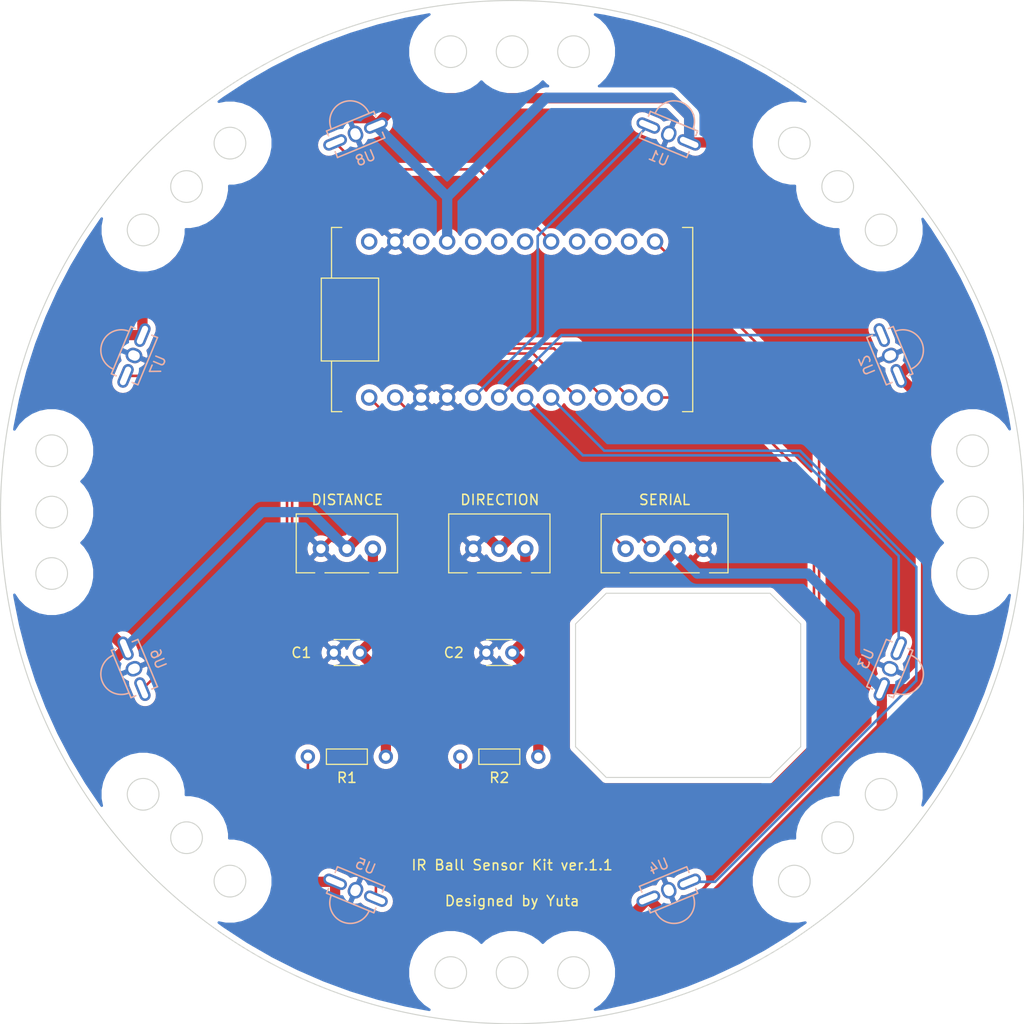
<source format=kicad_pcb>
(kicad_pcb (version 20171130) (host pcbnew "(5.1.5-rc2)")

  (general
    (thickness 1.6)
    (drawings 79)
    (tracks 127)
    (zones 0)
    (modules 17)
    (nets 17)
  )

  (page A4)
  (layers
    (0 F.Cu signal)
    (31 B.Cu signal)
    (32 B.Adhes user)
    (33 F.Adhes user)
    (34 B.Paste user)
    (35 F.Paste user)
    (36 B.SilkS user)
    (37 F.SilkS user)
    (38 B.Mask user)
    (39 F.Mask user)
    (40 Dwgs.User user)
    (41 Cmts.User user)
    (42 Eco1.User user)
    (43 Eco2.User user)
    (44 Edge.Cuts user)
    (45 Margin user)
    (46 B.CrtYd user)
    (47 F.CrtYd user)
    (48 B.Fab user)
    (49 F.Fab user)
  )

  (setup
    (last_trace_width 0.25)
    (user_trace_width 1)
    (trace_clearance 0.2)
    (zone_clearance 0.508)
    (zone_45_only no)
    (trace_min 0.2)
    (via_size 0.8)
    (via_drill 0.4)
    (via_min_size 0.4)
    (via_min_drill 0.3)
    (uvia_size 0.3)
    (uvia_drill 0.1)
    (uvias_allowed no)
    (uvia_min_size 0.2)
    (uvia_min_drill 0.1)
    (edge_width 0.05)
    (segment_width 0.2)
    (pcb_text_width 0.3)
    (pcb_text_size 1.5 1.5)
    (mod_edge_width 0.12)
    (mod_text_size 1 1)
    (mod_text_width 0.15)
    (pad_size 1.6 1.6)
    (pad_drill 1)
    (pad_to_mask_clearance 0.051)
    (solder_mask_min_width 0.25)
    (aux_axis_origin 0 0)
    (visible_elements FFFFFF7F)
    (pcbplotparams
      (layerselection 0x010f0_ffffffff)
      (usegerberextensions true)
      (usegerberattributes false)
      (usegerberadvancedattributes false)
      (creategerberjobfile false)
      (excludeedgelayer true)
      (linewidth 0.100000)
      (plotframeref false)
      (viasonmask false)
      (mode 1)
      (useauxorigin false)
      (hpglpennumber 1)
      (hpglpenspeed 20)
      (hpglpendiameter 15.000000)
      (psnegative false)
      (psa4output false)
      (plotreference true)
      (plotvalue true)
      (plotinvisibletext false)
      (padsonsilk false)
      (subtractmaskfromsilk true)
      (outputformat 1)
      (mirror false)
      (drillshape 0)
      (scaleselection 1)
      (outputdirectory ""))
  )

  (net 0 "")
  (net 1 GND)
  (net 2 "Net-(C1-Pad1)")
  (net 3 /D9)
  (net 4 /D8)
  (net 5 /D7)
  (net 6 /D6)
  (net 7 /D5)
  (net 8 /D4)
  (net 9 /D3)
  (net 10 /D2)
  (net 11 /RX)
  (net 12 /TX)
  (net 13 +5V)
  (net 14 /D10)
  (net 15 /A0)
  (net 16 "Net-(C2-Pad1)")

  (net_class Default "これはデフォルトのネット クラスです。"
    (clearance 0.2)
    (trace_width 0.25)
    (via_dia 0.8)
    (via_drill 0.4)
    (uvia_dia 0.3)
    (uvia_drill 0.1)
    (add_net +5V)
    (add_net /A0)
    (add_net /D10)
    (add_net /D2)
    (add_net /D3)
    (add_net /D4)
    (add_net /D5)
    (add_net /D6)
    (add_net /D7)
    (add_net /D8)
    (add_net /D9)
    (add_net /RX)
    (add_net /TX)
    (add_net GND)
    (add_net "Net-(C1-Pad1)")
    (add_net "Net-(C2-Pad1)")
  )

  (module module:CONN_01X12 (layer F.Cu) (tedit 6129F7A5) (tstamp 60F5839C)
    (at 50 23.56)
    (path /60F58C0A)
    (fp_text reference J2 (at 0 -2.54) (layer F.SilkS) hide
      (effects (font (size 1 1) (thickness 0.15)))
    )
    (fp_text value r (at 0 -2.54) (layer F.Fab)
      (effects (font (size 1 1) (thickness 0.15)))
    )
    (pad 12 thru_hole circle (at 13.97 0) (size 1.6 1.6) (drill 1) (layers *.Cu *.Mask)
      (net 14 /D10))
    (pad 11 thru_hole circle (at 11.43 0) (size 1.6 1.6) (drill 1) (layers *.Cu *.Mask))
    (pad 10 thru_hole circle (at 8.89 0) (size 1.6 1.6) (drill 1) (layers *.Cu *.Mask))
    (pad 9 thru_hole circle (at 6.35 0) (size 1.6 1.6) (drill 1) (layers *.Cu *.Mask))
    (pad 8 thru_hole circle (at 3.81 0) (size 1.6 1.6) (drill 1) (layers *.Cu *.Mask)
      (net 15 /A0))
    (pad 7 thru_hole circle (at 1.27 0) (size 1.6 1.6) (drill 1) (layers *.Cu *.Mask))
    (pad 6 thru_hole circle (at -1.27 0) (size 1.6 1.6) (drill 1) (layers *.Cu *.Mask))
    (pad 5 thru_hole circle (at -3.81 0) (size 1.6 1.6) (drill 1) (layers *.Cu *.Mask))
    (pad 4 thru_hole circle (at -6.35 0) (size 1.6 1.6) (drill 1) (layers *.Cu *.Mask)
      (net 13 +5V))
    (pad 3 thru_hole circle (at -8.89 0) (size 1.6 1.6) (drill 1) (layers *.Cu *.Mask))
    (pad 2 thru_hole circle (at -11.43 0) (size 1.6 1.6) (drill 1) (layers *.Cu *.Mask)
      (net 1 GND))
    (pad 1 thru_hole circle (at -13.97 0) (size 1.6 1.6) (drill 1) (layers *.Cu *.Mask))
  )

  (module module:CONN_01X12 (layer F.Cu) (tedit 6129F7EA) (tstamp 60F58387)
    (at 50 38.8)
    (path /60F559EE)
    (fp_text reference J1 (at 0 -2.54) (layer F.SilkS) hide
      (effects (font (size 1 1) (thickness 0.15)))
    )
    (fp_text value l (at 0 -2.54) (layer F.Fab)
      (effects (font (size 1 1) (thickness 0.15)))
    )
    (pad 12 thru_hole circle (at 13.97 0) (size 1.6 1.6) (drill 1) (layers *.Cu *.Mask)
      (net 3 /D9))
    (pad 11 thru_hole circle (at 11.43 0) (size 1.6 1.6) (drill 1) (layers *.Cu *.Mask)
      (net 4 /D8))
    (pad 10 thru_hole circle (at 8.89 0) (size 1.6 1.6) (drill 1) (layers *.Cu *.Mask)
      (net 5 /D7))
    (pad 9 thru_hole circle (at 6.35 0) (size 1.6 1.6) (drill 1) (layers *.Cu *.Mask)
      (net 6 /D6))
    (pad 8 thru_hole circle (at 3.81 0) (size 1.6 1.6) (drill 1) (layers *.Cu *.Mask)
      (net 7 /D5))
    (pad 7 thru_hole circle (at 1.27 0) (size 1.6 1.6) (drill 1) (layers *.Cu *.Mask)
      (net 8 /D4))
    (pad 6 thru_hole circle (at -1.27 0) (size 1.6 1.6) (drill 1) (layers *.Cu *.Mask)
      (net 9 /D3))
    (pad 5 thru_hole circle (at -3.81 0) (size 1.6 1.6) (drill 1) (layers *.Cu *.Mask)
      (net 10 /D2))
    (pad 4 thru_hole circle (at -6.35 0) (size 1.6 1.6) (drill 1) (layers *.Cu *.Mask)
      (net 1 GND))
    (pad 3 thru_hole circle (at -8.89 0) (size 1.6 1.6) (drill 1) (layers *.Cu *.Mask)
      (net 1 GND))
    (pad 2 thru_hole circle (at -11.43 0) (size 1.6 1.6) (drill 1) (layers *.Cu *.Mask)
      (net 11 /RX))
    (pad 1 thru_hole circle (at -13.97 0) (size 1.6 1.6) (drill 1) (layers *.Cu *.Mask)
      (net 12 /TX))
  )

  (module module:TSSP58038 (layer B.Cu) (tedit 60F564BC) (tstamp 60F5842E)
    (at 34.6927 13.0448 202.5)
    (path /60F7D63B)
    (fp_text reference U8 (at 0 -2.54 202.5) (layer B.SilkS)
      (effects (font (size 1 1) (thickness 0.15)) (justify mirror))
    )
    (fp_text value TSSP58038 (at 0 -3.81 202.5) (layer B.Fab)
      (effects (font (size 1 1) (thickness 0.15)) (justify mirror))
    )
    (fp_line (start -2.5 -1.45) (end -2.5 -0.85) (layer B.SilkS) (width 0.15))
    (fp_line (start 2.5 -1.45) (end -2.5 -1.45) (layer B.SilkS) (width 0.15))
    (fp_line (start 2.5 -0.85) (end 2.5 -1.45) (layer B.SilkS) (width 0.15))
    (fp_line (start 2.5 0.85) (end 2.5 1.35) (layer B.SilkS) (width 0.15))
    (fp_line (start -2.5 1.35) (end 2.5 1.35) (layer B.SilkS) (width 0.15))
    (fp_line (start -2.5 0.85) (end -2.5 1.35) (layer B.SilkS) (width 0.15))
    (fp_arc (start 0 1.35) (end 2 1.35) (angle 180) (layer B.SilkS) (width 0.15))
    (pad 1 thru_hole oval (at 2.1575 0 202.5) (size 2.415 1.1) (drill oval 1.915 0.6) (layers *.Cu *.Mask)
      (net 15 /A0))
    (pad 2 thru_hole oval (at 0 0 202.5) (size 1.45 1.65) (drill oval 0.95 1.15) (layers *.Cu *.Mask)
      (net 1 GND))
    (pad 3 thru_hole oval (at -2.1575 0 202.5) (size 2.415 1.1) (drill oval 1.915 0.6) (layers *.Cu *.Mask)
      (net 13 +5V))
  )

  (module module:TSSP58038 (layer B.Cu) (tedit 60F564BC) (tstamp 60F58420)
    (at 13.0448 34.6927 247.5)
    (path /60F7D624)
    (fp_text reference U7 (at 0 -2.54 247.5) (layer B.SilkS)
      (effects (font (size 1 1) (thickness 0.15)) (justify mirror))
    )
    (fp_text value TSSP58038 (at 0 -3.81 247.5) (layer B.Fab)
      (effects (font (size 1 1) (thickness 0.15)) (justify mirror))
    )
    (fp_line (start -2.5 -1.45) (end -2.5 -0.85) (layer B.SilkS) (width 0.15))
    (fp_line (start 2.5 -1.45) (end -2.5 -1.45) (layer B.SilkS) (width 0.15))
    (fp_line (start 2.5 -0.85) (end 2.5 -1.45) (layer B.SilkS) (width 0.15))
    (fp_line (start 2.5 0.85) (end 2.5 1.35) (layer B.SilkS) (width 0.15))
    (fp_line (start -2.5 1.35) (end 2.5 1.35) (layer B.SilkS) (width 0.15))
    (fp_line (start -2.5 0.85) (end -2.5 1.35) (layer B.SilkS) (width 0.15))
    (fp_arc (start 0 1.35) (end 2 1.35) (angle 180) (layer B.SilkS) (width 0.15))
    (pad 1 thru_hole oval (at 2.1575 0 247.5) (size 2.415 1.1) (drill oval 1.915 0.6) (layers *.Cu *.Mask)
      (net 4 /D8))
    (pad 2 thru_hole oval (at 0 0 247.5) (size 1.45 1.65) (drill oval 0.95 1.15) (layers *.Cu *.Mask)
      (net 1 GND))
    (pad 3 thru_hole oval (at -2.1575 0 247.5) (size 2.415 1.1) (drill oval 1.915 0.6) (layers *.Cu *.Mask)
      (net 13 +5V))
  )

  (module module:TSSP58038 (layer B.Cu) (tedit 60F564BC) (tstamp 60F58412)
    (at 13.0448 65.3073 292.5)
    (path /60F7D60D)
    (fp_text reference U6 (at 0 -2.54 292.5) (layer B.SilkS)
      (effects (font (size 1 1) (thickness 0.15)) (justify mirror))
    )
    (fp_text value TSSP58038 (at 0 -3.81 292.5) (layer B.Fab)
      (effects (font (size 1 1) (thickness 0.15)) (justify mirror))
    )
    (fp_line (start -2.5 -1.45) (end -2.5 -0.85) (layer B.SilkS) (width 0.15))
    (fp_line (start 2.5 -1.45) (end -2.5 -1.45) (layer B.SilkS) (width 0.15))
    (fp_line (start 2.5 -0.85) (end 2.5 -1.45) (layer B.SilkS) (width 0.15))
    (fp_line (start 2.5 0.85) (end 2.5 1.35) (layer B.SilkS) (width 0.15))
    (fp_line (start -2.5 1.35) (end 2.5 1.35) (layer B.SilkS) (width 0.15))
    (fp_line (start -2.5 0.85) (end -2.5 1.35) (layer B.SilkS) (width 0.15))
    (fp_arc (start 0 1.35) (end 2 1.35) (angle 180) (layer B.SilkS) (width 0.15))
    (pad 1 thru_hole oval (at 2.1575 0 292.5) (size 2.415 1.1) (drill oval 1.915 0.6) (layers *.Cu *.Mask)
      (net 5 /D7))
    (pad 2 thru_hole oval (at 0 0 292.5) (size 1.45 1.65) (drill oval 0.95 1.15) (layers *.Cu *.Mask)
      (net 1 GND))
    (pad 3 thru_hole oval (at -2.1575 0 292.5) (size 2.415 1.1) (drill oval 1.915 0.6) (layers *.Cu *.Mask)
      (net 13 +5V))
  )

  (module module:TSSP58038 (layer B.Cu) (tedit 60F564BC) (tstamp 60F58404)
    (at 34.6927 86.9552 337.5)
    (path /60F7D5F6)
    (fp_text reference U5 (at 0 -2.54 337.5) (layer B.SilkS)
      (effects (font (size 1 1) (thickness 0.15)) (justify mirror))
    )
    (fp_text value TSSP58038 (at 0 -3.81 337.5) (layer B.Fab)
      (effects (font (size 1 1) (thickness 0.15)) (justify mirror))
    )
    (fp_line (start -2.5 -1.45) (end -2.5 -0.85) (layer B.SilkS) (width 0.15))
    (fp_line (start 2.5 -1.45) (end -2.5 -1.45) (layer B.SilkS) (width 0.15))
    (fp_line (start 2.5 -0.85) (end 2.5 -1.45) (layer B.SilkS) (width 0.15))
    (fp_line (start 2.5 0.85) (end 2.5 1.35) (layer B.SilkS) (width 0.15))
    (fp_line (start -2.5 1.35) (end 2.5 1.35) (layer B.SilkS) (width 0.15))
    (fp_line (start -2.5 0.85) (end -2.5 1.35) (layer B.SilkS) (width 0.15))
    (fp_arc (start 0 1.35) (end 2 1.35) (angle 180) (layer B.SilkS) (width 0.15))
    (pad 1 thru_hole oval (at 2.1575 0 337.5) (size 2.415 1.1) (drill oval 1.915 0.6) (layers *.Cu *.Mask)
      (net 6 /D6))
    (pad 2 thru_hole oval (at 0 0 337.5) (size 1.45 1.65) (drill oval 0.95 1.15) (layers *.Cu *.Mask)
      (net 1 GND))
    (pad 3 thru_hole oval (at -2.1575 0 337.5) (size 2.415 1.1) (drill oval 1.915 0.6) (layers *.Cu *.Mask)
      (net 13 +5V))
  )

  (module module:TSSP58038 (layer B.Cu) (tedit 60F564BC) (tstamp 60F583F6)
    (at 65.3073 86.9552 22.5)
    (path /60F77B34)
    (fp_text reference U4 (at 0 -2.54 -157.5) (layer B.SilkS)
      (effects (font (size 1 1) (thickness 0.15)) (justify mirror))
    )
    (fp_text value TSSP58038 (at 0 -3.81 -157.5) (layer B.Fab)
      (effects (font (size 1 1) (thickness 0.15)) (justify mirror))
    )
    (fp_line (start -2.5 -1.45) (end -2.5 -0.85) (layer B.SilkS) (width 0.15))
    (fp_line (start 2.5 -1.45) (end -2.5 -1.45) (layer B.SilkS) (width 0.15))
    (fp_line (start 2.5 -0.85) (end 2.5 -1.45) (layer B.SilkS) (width 0.15))
    (fp_line (start 2.5 0.85) (end 2.5 1.35) (layer B.SilkS) (width 0.15))
    (fp_line (start -2.5 1.35) (end 2.5 1.35) (layer B.SilkS) (width 0.15))
    (fp_line (start -2.5 0.85) (end -2.5 1.35) (layer B.SilkS) (width 0.15))
    (fp_arc (start 0 1.35) (end 2 1.35) (angle 180) (layer B.SilkS) (width 0.15))
    (pad 1 thru_hole oval (at 2.1575 0 22.5) (size 2.415 1.1) (drill oval 1.915 0.6) (layers *.Cu *.Mask)
      (net 7 /D5))
    (pad 2 thru_hole oval (at 0 0 22.5) (size 1.45 1.65) (drill oval 0.95 1.15) (layers *.Cu *.Mask)
      (net 1 GND))
    (pad 3 thru_hole oval (at -2.1575 0 22.5) (size 2.415 1.1) (drill oval 1.915 0.6) (layers *.Cu *.Mask)
      (net 13 +5V))
  )

  (module module:TSSP58038 (layer B.Cu) (tedit 60F564BC) (tstamp 60F583E8)
    (at 86.9552 65.3073 67.5)
    (path /60F77B1D)
    (fp_text reference U3 (at 0 -2.54 -112.5) (layer B.SilkS)
      (effects (font (size 1 1) (thickness 0.15)) (justify mirror))
    )
    (fp_text value TSSP58038 (at 0 -3.81 -112.5) (layer B.Fab)
      (effects (font (size 1 1) (thickness 0.15)) (justify mirror))
    )
    (fp_line (start -2.5 -1.45) (end -2.5 -0.85) (layer B.SilkS) (width 0.15))
    (fp_line (start 2.5 -1.45) (end -2.5 -1.45) (layer B.SilkS) (width 0.15))
    (fp_line (start 2.5 -0.85) (end 2.5 -1.45) (layer B.SilkS) (width 0.15))
    (fp_line (start 2.5 0.85) (end 2.5 1.35) (layer B.SilkS) (width 0.15))
    (fp_line (start -2.5 1.35) (end 2.5 1.35) (layer B.SilkS) (width 0.15))
    (fp_line (start -2.5 0.85) (end -2.5 1.35) (layer B.SilkS) (width 0.15))
    (fp_arc (start 0 1.35) (end 2 1.35) (angle 180) (layer B.SilkS) (width 0.15))
    (pad 1 thru_hole oval (at 2.1575 0 67.5) (size 2.415 1.1) (drill oval 1.915 0.6) (layers *.Cu *.Mask)
      (net 8 /D4))
    (pad 2 thru_hole oval (at 0 0 67.5) (size 1.45 1.65) (drill oval 0.95 1.15) (layers *.Cu *.Mask)
      (net 1 GND))
    (pad 3 thru_hole oval (at -2.1575 0 67.5) (size 2.415 1.1) (drill oval 1.915 0.6) (layers *.Cu *.Mask)
      (net 13 +5V))
  )

  (module module:TSSP58038 (layer B.Cu) (tedit 60F564BC) (tstamp 60F583DA)
    (at 86.9552 34.6927 112.5)
    (path /60F741E3)
    (fp_text reference U2 (at 0 -2.54 -67.5) (layer B.SilkS)
      (effects (font (size 1 1) (thickness 0.15)) (justify mirror))
    )
    (fp_text value TSSP58038 (at 0 -3.81 -67.5) (layer B.Fab)
      (effects (font (size 1 1) (thickness 0.15)) (justify mirror))
    )
    (fp_line (start -2.5 -1.45) (end -2.5 -0.85) (layer B.SilkS) (width 0.15))
    (fp_line (start 2.5 -1.45) (end -2.5 -1.45) (layer B.SilkS) (width 0.15))
    (fp_line (start 2.5 -0.85) (end 2.5 -1.45) (layer B.SilkS) (width 0.15))
    (fp_line (start 2.5 0.85) (end 2.5 1.35) (layer B.SilkS) (width 0.15))
    (fp_line (start -2.5 1.35) (end 2.5 1.35) (layer B.SilkS) (width 0.15))
    (fp_line (start -2.5 0.85) (end -2.5 1.35) (layer B.SilkS) (width 0.15))
    (fp_arc (start 0 1.35) (end 2 1.35) (angle 180) (layer B.SilkS) (width 0.15))
    (pad 1 thru_hole oval (at 2.1575 0 112.5) (size 2.415 1.1) (drill oval 1.915 0.6) (layers *.Cu *.Mask)
      (net 9 /D3))
    (pad 2 thru_hole oval (at 0 0 112.5) (size 1.45 1.65) (drill oval 0.95 1.15) (layers *.Cu *.Mask)
      (net 1 GND))
    (pad 3 thru_hole oval (at -2.1575 0 112.5) (size 2.415 1.1) (drill oval 1.915 0.6) (layers *.Cu *.Mask)
      (net 13 +5V))
  )

  (module module:TSSP58038 (layer B.Cu) (tedit 60F564BC) (tstamp 60F583CC)
    (at 65.3073 13.0448 157.5)
    (path /60F62996)
    (fp_text reference U1 (at 0 -2.54 -22.5) (layer B.SilkS)
      (effects (font (size 1 1) (thickness 0.15)) (justify mirror))
    )
    (fp_text value TSSP58038 (at 0 -3.81 -22.5) (layer B.Fab)
      (effects (font (size 1 1) (thickness 0.15)) (justify mirror))
    )
    (fp_line (start -2.5 -1.45) (end -2.5 -0.85) (layer B.SilkS) (width 0.15))
    (fp_line (start 2.5 -1.45) (end -2.5 -1.45) (layer B.SilkS) (width 0.15))
    (fp_line (start 2.5 -0.85) (end 2.5 -1.45) (layer B.SilkS) (width 0.15))
    (fp_line (start 2.5 0.85) (end 2.5 1.35) (layer B.SilkS) (width 0.15))
    (fp_line (start -2.5 1.35) (end 2.5 1.35) (layer B.SilkS) (width 0.15))
    (fp_line (start -2.5 0.85) (end -2.5 1.35) (layer B.SilkS) (width 0.15))
    (fp_arc (start 0 1.35) (end 2 1.35) (angle 180) (layer B.SilkS) (width 0.15))
    (pad 1 thru_hole oval (at 2.1575 0 157.5) (size 2.415 1.1) (drill oval 1.915 0.6) (layers *.Cu *.Mask)
      (net 10 /D2))
    (pad 2 thru_hole oval (at 0 0 157.5) (size 1.45 1.65) (drill oval 0.95 1.15) (layers *.Cu *.Mask)
      (net 1 GND))
    (pad 3 thru_hole oval (at -2.1575 0 157.5) (size 2.415 1.1) (drill oval 1.915 0.6) (layers *.Cu *.Mask)
      (net 13 +5V))
  )

  (module module:2pins (layer F.Cu) (tedit 610E5E96) (tstamp 60F583BE)
    (at 48.75 73.9 180)
    (path /60FF84E1)
    (fp_text reference R2 (at 0 -2.06) (layer F.SilkS)
      (effects (font (size 1 1) (thickness 0.15)))
    )
    (fp_text value 47K (at 0 -0.5) (layer F.Fab)
      (effects (font (size 1 1) (thickness 0.15)))
    )
    (pad 2 thru_hole circle (at 3.81 0 180) (size 1.4 1.4) (drill 0.8) (layers *.Cu *.Mask)
      (net 3 /D9))
    (pad 1 thru_hole circle (at -3.81 0 180) (size 1.4 1.4) (drill 0.8) (layers *.Cu *.Mask)
      (net 16 "Net-(C2-Pad1)"))
  )

  (module module:2pins (layer F.Cu) (tedit 610E5E81) (tstamp 60F583B8)
    (at 33.85 73.9 180)
    (path /60FE0A50)
    (fp_text reference R1 (at 0 -2.06) (layer F.SilkS)
      (effects (font (size 1 1) (thickness 0.15)))
    )
    (fp_text value 47K (at 0 -0.5) (layer F.Fab)
      (effects (font (size 1 1) (thickness 0.15)))
    )
    (pad 2 thru_hole circle (at 3.81 0 180) (size 1.4 1.4) (drill 0.8) (layers *.Cu *.Mask)
      (net 14 /D10))
    (pad 1 thru_hole circle (at -3.81 0 180) (size 1.4 1.4) (drill 0.8) (layers *.Cu *.Mask)
      (net 2 "Net-(C1-Pad1)"))
  )

  (module module:4pins (layer F.Cu) (tedit 610E5FAC) (tstamp 60F583B2)
    (at 64.9 53.58)
    (path /60F8AB04)
    (fp_text reference J5 (at 0 0.5) (layer F.SilkS) hide
      (effects (font (size 1 1) (thickness 0.15)))
    )
    (fp_text value SERIAL (at 0 -0.5) (layer F.Fab)
      (effects (font (size 1 1) (thickness 0.15)))
    )
    (pad 4 thru_hole circle (at 3.81 0) (size 1.6 1.6) (drill 0.9) (layers *.Cu *.Mask)
      (net 1 GND))
    (pad 3 thru_hole circle (at 1.27 0) (size 1.6 1.6) (drill 0.9) (layers *.Cu *.Mask)
      (net 13 +5V))
    (pad 2 thru_hole circle (at -1.27 0) (size 1.6 1.6) (drill 0.9) (layers *.Cu *.Mask)
      (net 11 /RX))
    (pad 1 thru_hole circle (at -3.81 0) (size 1.6 1.6) (drill 0.9) (layers *.Cu *.Mask)
      (net 12 /TX))
  )

  (module module:3pins (layer F.Cu) (tedit 610E5F92) (tstamp 60F583AA)
    (at 48.75 53.58 180)
    (path /60F89A9B)
    (fp_text reference J4 (at 0 0.5) (layer F.SilkS) hide
      (effects (font (size 1 1) (thickness 0.15)))
    )
    (fp_text value DIRECTION (at 0 -0.5) (layer F.Fab)
      (effects (font (size 1 1) (thickness 0.15)))
    )
    (pad 3 thru_hole circle (at 2.54 0 180) (size 1.6 1.6) (drill 0.9) (layers *.Cu *.Mask)
      (net 1 GND))
    (pad 2 thru_hole circle (at 0 0 180) (size 1.6 1.6) (drill 0.9) (layers *.Cu *.Mask)
      (net 13 +5V))
    (pad 1 thru_hole circle (at -2.54 0 180) (size 1.6 1.6) (drill 0.9) (layers *.Cu *.Mask)
      (net 16 "Net-(C2-Pad1)"))
  )

  (module module:3pins (layer F.Cu) (tedit 610E5F79) (tstamp 60F583A3)
    (at 33.85 53.58 180)
    (path /60F86C09)
    (fp_text reference J3 (at 0 0.5) (layer F.SilkS) hide
      (effects (font (size 1 1) (thickness 0.15)))
    )
    (fp_text value DISTANCE (at 0 -0.5) (layer F.Fab)
      (effects (font (size 1 1) (thickness 0.15)))
    )
    (pad 3 thru_hole circle (at 2.54 0 180) (size 1.6 1.6) (drill 0.9) (layers *.Cu *.Mask)
      (net 1 GND))
    (pad 2 thru_hole circle (at 0 0 180) (size 1.6 1.6) (drill 0.9) (layers *.Cu *.Mask)
      (net 13 +5V))
    (pad 1 thru_hole circle (at -2.54 0 180) (size 1.6 1.6) (drill 0.9) (layers *.Cu *.Mask)
      (net 2 "Net-(C1-Pad1)"))
  )

  (module module:2pins (layer F.Cu) (tedit 610E5E0C) (tstamp 612A03F1)
    (at 48.75 63.74 180)
    (path /60FF84E7)
    (fp_text reference C2 (at 4.45 0) (layer F.SilkS)
      (effects (font (size 1 1) (thickness 0.15)))
    )
    (fp_text value 0.1uF (at 0 -0.5) (layer F.Fab)
      (effects (font (size 1 1) (thickness 0.15)))
    )
    (pad 2 thru_hole circle (at 1.27 0 180) (size 1.4 1.4) (drill 0.8) (layers *.Cu *.Mask)
      (net 1 GND))
    (pad 1 thru_hole circle (at -1.27 0 180) (size 1.4 1.4) (drill 0.8) (layers *.Cu *.Mask)
      (net 16 "Net-(C2-Pad1)"))
  )

  (module module:2pins (layer F.Cu) (tedit 610E5DD9) (tstamp 610E67BB)
    (at 33.85 63.74 180)
    (path /60FE1C08)
    (fp_text reference C1 (at 4.45 0) (layer F.SilkS)
      (effects (font (size 1 1) (thickness 0.15)))
    )
    (fp_text value 0.1uF (at 0 -0.5) (layer F.Fab)
      (effects (font (size 1 1) (thickness 0.15)))
    )
    (pad 2 thru_hole circle (at 1.27 0 180) (size 1.4 1.4) (drill 0.8) (layers *.Cu *.Mask)
      (net 1 GND))
    (pad 1 thru_hole circle (at -1.27 0 180) (size 1.4 1.4) (drill 0.8) (layers *.Cu *.Mask)
      (net 2 "Net-(C1-Pad1)"))
  )

  (gr_text "Designed by Yuta" (at 50 88) (layer F.SilkS)
    (effects (font (size 1 1) (thickness 0.15)))
  )
  (gr_text "IR Ball Sensor Kit ver.1.1" (at 50 84.5) (layer F.SilkS)
    (effects (font (size 1 1) (thickness 0.15)))
  )
  (gr_line (start 75.2 75.93) (end 78.2 72.93) (layer Edge.Cuts) (width 0.1))
  (gr_line (start 75.2 57.93) (end 78.2 60.93) (layer Edge.Cuts) (width 0.1))
  (gr_line (start 59.2 75.93) (end 56.2 72.93) (layer Edge.Cuts) (width 0.1))
  (gr_line (start 59.2 57.93) (end 56.2 60.93) (layer Edge.Cuts) (width 0.1))
  (gr_line (start 78.2 60.93) (end 78.2 72.93) (layer Edge.Cuts) (width 0.1))
  (gr_line (start 56.2 60.93) (end 56.2 72.93) (layer Edge.Cuts) (width 0.1))
  (gr_circle (center 55.999999 95) (end 57.549999 95) (layer Edge.Cuts) (width 0.1))
  (gr_circle (center 43.999999 95) (end 45.549999 95) (layer Edge.Cuts) (width 0.1))
  (gr_circle (center 49.999999 95) (end 51.549999 95) (layer Edge.Cuts) (width 0.1))
  (gr_circle (center 86.062445 77.577164) (end 87.612445 77.577164) (layer Edge.Cuts) (width 0.1))
  (gr_circle (center 77.577164 86.062445) (end 79.127164 86.062445) (layer Edge.Cuts) (width 0.1))
  (gr_circle (center 81.819805 81.819805) (end 83.369805 81.819805) (layer Edge.Cuts) (width 0.1))
  (gr_circle (center 22.422835 86.062445) (end 23.972835 86.062445) (layer Edge.Cuts) (width 0.1))
  (gr_circle (center 13.937554 77.577164) (end 15.487554 77.577164) (layer Edge.Cuts) (width 0.1))
  (gr_circle (center 18.180194 81.819805) (end 19.730194 81.819805) (layer Edge.Cuts) (width 0.1))
  (gr_circle (center 95 44) (end 96.55 44) (layer Edge.Cuts) (width 0.1))
  (gr_circle (center 95 56) (end 96.55 56) (layer Edge.Cuts) (width 0.1))
  (gr_circle (center 95 50) (end 96.55 50) (layer Edge.Cuts) (width 0.1))
  (gr_circle (center 5 55.999999) (end 6.55 55.999999) (layer Edge.Cuts) (width 0.1))
  (gr_circle (center 5 44) (end 6.55 44) (layer Edge.Cuts) (width 0.1))
  (gr_circle (center 5 50) (end 6.55 50) (layer Edge.Cuts) (width 0.1))
  (gr_circle (center 77.577164 13.937554) (end 79.127164 13.937554) (layer Edge.Cuts) (width 0.1))
  (gr_circle (center 86.062445 22.422835) (end 87.612445 22.422835) (layer Edge.Cuts) (width 0.1))
  (gr_circle (center 81.819805 18.180194) (end 83.369805 18.180194) (layer Edge.Cuts) (width 0.1))
  (gr_circle (center 13.937554 22.422835) (end 15.487554 22.422835) (layer Edge.Cuts) (width 0.1))
  (gr_circle (center 22.422835 13.937554) (end 23.972835 13.937554) (layer Edge.Cuts) (width 0.1))
  (gr_circle (center 18.180194 18.180194) (end 19.730194 18.180194) (layer Edge.Cuts) (width 0.1))
  (gr_circle (center 44 5) (end 45.55 5) (layer Edge.Cuts) (width 0.1))
  (gr_circle (center 56 5) (end 57.55 5) (layer Edge.Cuts) (width 0.1))
  (gr_circle (center 50 5) (end 51.55 5) (layer Edge.Cuts) (width 0.1))
  (gr_line (start 59.199999 75.93) (end 75.2 75.93) (layer Edge.Cuts) (width 0.1))
  (gr_line (start 59.2 57.93) (end 75.199999 57.93) (layer Edge.Cuts) (width 0.1))
  (gr_circle (center 50 50) (end 100 50) (layer Edge.Cuts) (width 0.1))
  (gr_text SERIAL (at 64.9 48.8) (layer F.SilkS)
    (effects (font (size 1 1) (thickness 0.15)))
  )
  (gr_text DIRECTION (at 48.8 48.8) (layer F.SilkS)
    (effects (font (size 1 1) (thickness 0.15)))
  )
  (gr_text DISTANCE (at 33.9 48.8) (layer F.SilkS)
    (effects (font (size 1 1) (thickness 0.15)))
  )
  (gr_line (start 68.29 55.93) (end 61.51 55.93) (layer F.SilkS) (width 0.12))
  (gr_line (start 71.1 55.93) (end 69.29 55.93) (layer F.SilkS) (width 0.12))
  (gr_line (start 71.1 50.18) (end 71.1 55.93) (layer F.SilkS) (width 0.12))
  (gr_line (start 58.7 50.18) (end 71.1 50.18) (layer F.SilkS) (width 0.12))
  (gr_line (start 58.7 55.93) (end 58.7 50.18) (layer F.SilkS) (width 0.12))
  (gr_line (start 58.7 55.93) (end 60.51 55.93) (layer F.SilkS) (width 0.12))
  (gr_line (start 50.89 55.93) (end 46.61 55.93) (layer F.SilkS) (width 0.12))
  (gr_line (start 53.7 55.93) (end 51.89 55.93) (layer F.SilkS) (width 0.12))
  (gr_line (start 53.7 50.18) (end 53.7 55.93) (layer F.SilkS) (width 0.12))
  (gr_line (start 43.8 50.18) (end 53.7 50.18) (layer F.SilkS) (width 0.12))
  (gr_line (start 43.8 55.93) (end 43.8 50.18) (layer F.SilkS) (width 0.12))
  (gr_line (start 45.61 55.93) (end 43.8 55.93) (layer F.SilkS) (width 0.12))
  (gr_line (start 28.9 55.93) (end 28.9 50.18) (layer F.SilkS) (width 0.12))
  (gr_line (start 30.71 55.93) (end 28.9 55.93) (layer F.SilkS) (width 0.12))
  (gr_line (start 35.99 55.93) (end 31.71 55.93) (layer F.SilkS) (width 0.12))
  (gr_line (start 38.8 55.93) (end 36.99 55.93) (layer F.SilkS) (width 0.12))
  (gr_line (start 38.8 50.18) (end 38.8 55.93) (layer F.SilkS) (width 0.12))
  (gr_line (start 28.9 50.18) (end 38.8 50.18) (layer F.SilkS) (width 0.12))
  (gr_line (start 47.5 62.45) (end 50 62.45) (layer F.SilkS) (width 0.12))
  (gr_line (start 47.5 64.99) (end 50 64.99) (layer F.SilkS) (width 0.12))
  (gr_line (start 32.6 62.45) (end 35.1 62.45) (layer F.SilkS) (width 0.12))
  (gr_line (start 32.6 64.99) (end 35.1 64.99) (layer F.SilkS) (width 0.12))
  (gr_line (start 50.75 73.15) (end 46.75 73.15) (layer F.SilkS) (width 0.12) (tstamp 610E6890))
  (gr_line (start 50.75 74.65) (end 50.75 73.15) (layer F.SilkS) (width 0.12))
  (gr_line (start 46.75 74.65) (end 50.75 74.65) (layer F.SilkS) (width 0.12))
  (gr_line (start 46.75 73.15) (end 46.75 74.65) (layer F.SilkS) (width 0.12))
  (gr_line (start 31.85 73.15) (end 35.85 73.15) (layer F.SilkS) (width 0.12))
  (gr_line (start 35.85 74.65) (end 35.85 73.15) (layer F.SilkS) (width 0.12))
  (gr_line (start 31.85 74.65) (end 35.85 74.65) (layer F.SilkS) (width 0.12))
  (gr_line (start 31.85 73.15) (end 31.85 74.65) (layer F.SilkS) (width 0.12))
  (gr_line (start 67.65 40.18) (end 66.65 40.18) (layer F.SilkS) (width 0.12))
  (gr_line (start 32.35 35.23) (end 32.35 40.18) (layer F.SilkS) (width 0.12))
  (gr_line (start 31.35 35.23) (end 31.35 27.13) (layer F.SilkS) (width 0.12))
  (gr_line (start 36.95 35.23) (end 31.35 35.23) (layer F.SilkS) (width 0.12))
  (gr_line (start 36.95 27.13) (end 36.95 35.23) (layer F.SilkS) (width 0.12))
  (gr_line (start 31.35 27.13) (end 36.95 27.13) (layer F.SilkS) (width 0.12))
  (gr_line (start 32.35 22.18) (end 32.35 27.13) (layer F.SilkS) (width 0.12))
  (gr_line (start 67.65 22.18) (end 66.65 22.18) (layer F.SilkS) (width 0.12))
  (gr_line (start 32.35 40.18) (end 33.35 40.18) (layer F.SilkS) (width 0.12) (tstamp 610E664A))
  (gr_line (start 67.65 22.18) (end 67.65 40.18) (layer F.SilkS) (width 0.12))
  (gr_line (start 33.35 22.18) (end 32.35 22.18) (layer F.SilkS) (width 0.12))

  (segment (start 36.39 62.47) (end 35.12 63.74) (width 1) (layer F.Cu) (net 2))
  (segment (start 36.39 53.58) (end 36.39 62.47) (width 1) (layer F.Cu) (net 2))
  (segment (start 37.66 66.28) (end 37.66 73.9) (width 1) (layer F.Cu) (net 2))
  (segment (start 35.12 63.74) (end 37.66 66.28) (width 1) (layer F.Cu) (net 2))
  (segment (start 70.95002 38.8) (end 63.97 38.8) (width 0.25) (layer F.Cu) (net 3))
  (segment (start 79.5 72.5) (end 79.5 47.34998) (width 0.25) (layer F.Cu) (net 3))
  (segment (start 79.5 47.34998) (end 70.95002 38.8) (width 0.25) (layer F.Cu) (net 3))
  (segment (start 73 79) (end 79.5 72.5) (width 0.25) (layer F.Cu) (net 3))
  (segment (start 47.5 79) (end 73 79) (width 0.25) (layer F.Cu) (net 3))
  (segment (start 44.94 76.44) (end 47.5 79) (width 0.25) (layer F.Cu) (net 3))
  (segment (start 44.94 76.44) (end 44.94 73.9) (width 0.25) (layer F.Cu) (net 3))
  (segment (start 56.179989 33.549989) (end 61.43 38.8) (width 0.25) (layer F.Cu) (net 4))
  (segment (start 31.0136 33.549989) (end 56.179989 33.549989) (width 0.25) (layer F.Cu) (net 4))
  (segment (start 27.87762 36.68597) (end 31.0136 33.549989) (width 0.25) (layer F.Cu) (net 4))
  (segment (start 12.21916 36.68597) (end 27.87762 36.68597) (width 0.25) (layer F.Cu) (net 4))
  (segment (start 31.2 34) (end 54.09 34) (width 0.25) (layer F.Cu) (net 5))
  (segment (start 54.09 34) (end 58.89 38.8) (width 0.25) (layer F.Cu) (net 5))
  (segment (start 28 53.17101) (end 28 37.2) (width 0.25) (layer F.Cu) (net 5))
  (segment (start 28 37.2) (end 31.2 34) (width 0.25) (layer F.Cu) (net 5))
  (segment (start 13.87044 67.30057) (end 28 53.17101) (width 0.25) (layer F.Cu) (net 5))
  (segment (start 52.05 34.5) (end 56.35 38.8) (width 0.25) (layer F.Cu) (net 6))
  (segment (start 31.5 34.5) (end 52.05 34.5) (width 0.25) (layer F.Cu) (net 6))
  (segment (start 28.5 37.5) (end 31.5 34.5) (width 0.25) (layer F.Cu) (net 6))
  (segment (start 28.5 77) (end 28.5 37.5) (width 0.25) (layer F.Cu) (net 6))
  (segment (start 36.68597 85.18597) (end 28.5 77) (width 0.25) (layer F.Cu) (net 6))
  (segment (start 36.68597 87.78084) (end 36.68597 85.18597) (width 0.25) (layer F.Cu) (net 6))
  (segment (start 67.30057 86.12956) (end 69.835505 86.12956) (width 0.25) (layer B.Cu) (net 7))
  (segment (start 89.5 55.363589) (end 78.136411 44) (width 0.25) (layer B.Cu) (net 7))
  (segment (start 69.835505 86.12956) (end 89.5 66.465065) (width 0.25) (layer B.Cu) (net 7))
  (segment (start 54.609999 39.599999) (end 53.81 38.8) (width 0.25) (layer B.Cu) (net 7))
  (segment (start 89.5 66.465065) (end 89.5 55.363589) (width 0.25) (layer B.Cu) (net 7))
  (segment (start 78.136411 44) (end 59.01 44) (width 0.25) (layer B.Cu) (net 7))
  (segment (start 59.01 44) (end 54.609999 39.599999) (width 0.25) (layer B.Cu) (net 7))
  (segment (start 56.920011 44.450011) (end 51.27 38.8) (width 0.25) (layer B.Cu) (net 8))
  (segment (start 87.78084 54.28084) (end 77.950011 44.450011) (width 0.25) (layer B.Cu) (net 8))
  (segment (start 77.950011 44.450011) (end 56.920011 44.450011) (width 0.25) (layer B.Cu) (net 8))
  (segment (start 87.78084 63.31403) (end 87.78084 54.28084) (width 0.25) (layer B.Cu) (net 8))
  (segment (start 54.83057 32.69943) (end 48.73 38.8) (width 0.25) (layer B.Cu) (net 9))
  (segment (start 86.12956 32.69943) (end 54.83057 32.69943) (width 0.25) (layer B.Cu) (net 9))
  (segment (start 52.5 32.49) (end 46.989999 38.000001) (width 0.25) (layer B.Cu) (net 10))
  (segment (start 46.989999 38.000001) (end 46.19 38.8) (width 0.25) (layer B.Cu) (net 10))
  (segment (start 52.5 23.03319) (end 52.5 32.49) (width 0.25) (layer B.Cu) (net 10))
  (segment (start 63.31403 12.21916) (end 52.5 23.03319) (width 0.25) (layer B.Cu) (net 10))
  (segment (start 63.63 53.58) (end 57.45 47.4) (width 0.25) (layer F.Cu) (net 11))
  (segment (start 47.17 47.4) (end 38.57 38.8) (width 0.25) (layer F.Cu) (net 11))
  (segment (start 57.45 47.4) (end 47.17 47.4) (width 0.25) (layer F.Cu) (net 11))
  (segment (start 61.09 53.58) (end 55.360011 47.850011) (width 0.25) (layer F.Cu) (net 12))
  (segment (start 45.080011 47.850011) (end 36.03 38.8) (width 0.25) (layer F.Cu) (net 12))
  (segment (start 55.360011 47.850011) (end 45.080011 47.850011) (width 0.25) (layer F.Cu) (net 12))
  (segment (start 44.17 49) (end 48.75 53.58) (width 1) (layer F.Cu) (net 13))
  (segment (start 38.43 49) (end 44.17 49) (width 1) (layer F.Cu) (net 13))
  (segment (start 33.85 53.58) (end 38.43 49) (width 1) (layer F.Cu) (net 13))
  (segment (start 49.549999 52.780001) (end 48.75 53.58) (width 1) (layer F.Cu) (net 13))
  (segment (start 51.33 51) (end 49.549999 52.780001) (width 1) (layer F.Cu) (net 13))
  (segment (start 54 51) (end 51.33 51) (width 1) (layer F.Cu) (net 13))
  (segment (start 59 56) (end 54 51) (width 1) (layer F.Cu) (net 13))
  (segment (start 63.75 56) (end 59 56) (width 1) (layer F.Cu) (net 13))
  (segment (start 66.17 53.58) (end 63.75 56) (width 1) (layer F.Cu) (net 13))
  (segment (start 12.640111 62.893079) (end 12.21916 63.31403) (width 1) (layer B.Cu) (net 13))
  (segment (start 25.53319 50) (end 12.640111 62.893079) (width 1) (layer B.Cu) (net 13))
  (segment (start 30.27 50) (end 25.53319 50) (width 1) (layer B.Cu) (net 13))
  (segment (start 33.85 53.58) (end 30.27 50) (width 1) (layer B.Cu) (net 13))
  (segment (start 66.17 53.58) (end 66.17 54.07) (width 1) (layer B.Cu) (net 13))
  (segment (start 83 60.1) (end 83 64.17101) (width 1) (layer B.Cu) (net 13))
  (segment (start 83 64.17101) (end 86.12956 67.30057) (width 1) (layer B.Cu) (net 13))
  (segment (start 78.9 56) (end 83 60.1) (width 1) (layer B.Cu) (net 13))
  (segment (start 68.1 56) (end 78.9 56) (width 1) (layer B.Cu) (net 13))
  (segment (start 66.17 54.07) (end 68.1 56) (width 1) (layer B.Cu) (net 13))
  (segment (start 43.65 19.18319) (end 43.65 23.56) (width 1) (layer B.Cu) (net 13))
  (segment (start 36.68597 12.21916) (end 43.65 19.18319) (width 1) (layer B.Cu) (net 13))
  (segment (start 43.5 23.71) (end 43.65 23.56) (width 1) (layer B.Cu) (net 13))
  (segment (start 53.33319 9.5) (end 43.65 19.18319) (width 1) (layer B.Cu) (net 13))
  (segment (start 65.5 9.5) (end 53.33319 9.5) (width 1) (layer B.Cu) (net 13))
  (segment (start 67.30057 11.30057) (end 65.5 9.5) (width 1) (layer B.Cu) (net 13))
  (segment (start 67.30057 13.87044) (end 67.30057 11.30057) (width 1) (layer B.Cu) (net 13))
  (segment (start 67.30057 11.30057) (end 67.30057 13.275125) (width 1) (layer F.Cu) (net 13))
  (segment (start 65.55 9.55) (end 67.30057 11.30057) (width 1) (layer F.Cu) (net 13))
  (segment (start 67.30057 13.275125) (end 67.30057 13.87044) (width 1) (layer F.Cu) (net 13))
  (segment (start 39.35513 9.55) (end 65.55 9.55) (width 1) (layer F.Cu) (net 13))
  (segment (start 36.68597 12.21916) (end 39.35513 9.55) (width 1) (layer F.Cu) (net 13))
  (segment (start 13.87044 31.603151) (end 13.87044 32.69943) (width 1) (layer F.Cu) (net 13))
  (segment (start 13.87044 28.92956) (end 13.87044 31.603151) (width 1) (layer F.Cu) (net 13))
  (segment (start 31.3 11.5) (end 13.87044 28.92956) (width 1) (layer F.Cu) (net 13))
  (segment (start 35.96681 11.5) (end 31.3 11.5) (width 1) (layer F.Cu) (net 13))
  (segment (start 36.68597 12.21916) (end 35.96681 11.5) (width 1) (layer F.Cu) (net 13))
  (segment (start 11.443975 62.538845) (end 12.21916 63.31403) (width 1) (layer F.Cu) (net 13))
  (segment (start 9.58 34.92) (end 9.58 60.67487) (width 1) (layer F.Cu) (net 13))
  (segment (start 11.80057 32.69943) (end 9.58 34.92) (width 1) (layer F.Cu) (net 13))
  (segment (start 9.58 60.67487) (end 11.443975 62.538845) (width 1) (layer F.Cu) (net 13))
  (segment (start 13.87044 32.69943) (end 11.80057 32.69943) (width 1) (layer F.Cu) (net 13))
  (segment (start 31.603151 86.12956) (end 32.69943 86.12956) (width 1) (layer F.Cu) (net 13))
  (segment (start 28.96956 86.12956) (end 31.603151 86.12956) (width 1) (layer F.Cu) (net 13))
  (segment (start 11 68.16) (end 28.96956 86.12956) (width 1) (layer F.Cu) (net 13))
  (segment (start 11 64.53319) (end 11 68.16) (width 1) (layer F.Cu) (net 13))
  (segment (start 12.21916 63.31403) (end 11 64.53319) (width 1) (layer F.Cu) (net 13))
  (segment (start 62.538845 88.556025) (end 63.31403 87.78084) (width 1) (layer F.Cu) (net 13))
  (segment (start 60.67487 90.42) (end 62.538845 88.556025) (width 1) (layer F.Cu) (net 13))
  (segment (start 34.92 90.42) (end 60.67487 90.42) (width 1) (layer F.Cu) (net 13))
  (segment (start 32.69943 88.19943) (end 34.92 90.42) (width 1) (layer F.Cu) (net 13))
  (segment (start 32.69943 86.12956) (end 32.69943 88.19943) (width 1) (layer F.Cu) (net 13))
  (segment (start 86.12956 71.02044) (end 86.12956 68.396849) (width 1) (layer F.Cu) (net 13))
  (segment (start 67.65 89.5) (end 86.12956 71.02044) (width 1) (layer F.Cu) (net 13))
  (segment (start 86.12956 68.396849) (end 86.12956 67.30057) (width 1) (layer F.Cu) (net 13))
  (segment (start 65.03319 89.5) (end 67.65 89.5) (width 1) (layer F.Cu) (net 13))
  (segment (start 63.31403 87.78084) (end 65.03319 89.5) (width 1) (layer F.Cu) (net 13))
  (segment (start 88.69943 67.30057) (end 86.12956 67.30057) (width 1) (layer F.Cu) (net 13))
  (segment (start 90.45 65.55) (end 88.69943 67.30057) (width 1) (layer F.Cu) (net 13))
  (segment (start 90.45 39.35513) (end 90.45 65.55) (width 1) (layer F.Cu) (net 13))
  (segment (start 87.78084 36.68597) (end 90.45 39.35513) (width 1) (layer F.Cu) (net 13))
  (segment (start 89 35.46681) (end 88.201791 36.265019) (width 1) (layer F.Cu) (net 13))
  (segment (start 88.201791 36.265019) (end 87.78084 36.68597) (width 1) (layer F.Cu) (net 13))
  (segment (start 89 31.8) (end 89 35.46681) (width 1) (layer F.Cu) (net 13))
  (segment (start 71.07044 13.87044) (end 89 31.8) (width 1) (layer F.Cu) (net 13))
  (segment (start 67.30057 13.87044) (end 71.07044 13.87044) (width 1) (layer F.Cu) (net 13))
  (segment (start 80 72.63641) (end 73.1864 79.450011) (width 0.25) (layer F.Cu) (net 14))
  (segment (start 30.04 76.44) (end 30.04 73.9) (width 0.25) (layer F.Cu) (net 14))
  (segment (start 33.050011 79.450011) (end 30.04 76.44) (width 0.25) (layer F.Cu) (net 14))
  (segment (start 73.1864 79.450011) (end 33.050011 79.450011) (width 0.25) (layer F.Cu) (net 14))
  (segment (start 80 39.59) (end 80 72.63641) (width 0.25) (layer F.Cu) (net 14))
  (segment (start 63.97 23.56) (end 80 39.59) (width 0.25) (layer F.Cu) (net 14))
  (segment (start 46.75 16.5) (end 53.81 23.56) (width 0.25) (layer F.Cu) (net 15))
  (segment (start 35.32899 16.5) (end 46.75 16.5) (width 0.25) (layer F.Cu) (net 15))
  (segment (start 32.69943 13.87044) (end 35.32899 16.5) (width 0.25) (layer F.Cu) (net 15))
  (segment (start 51.29 62.47) (end 50.02 63.74) (width 1) (layer F.Cu) (net 16))
  (segment (start 51.29 53.58) (end 51.29 62.47) (width 1) (layer F.Cu) (net 16))
  (segment (start 52.56 66.28) (end 50.02 63.74) (width 1) (layer F.Cu) (net 16))
  (segment (start 52.56 73.9) (end 52.56 66.28) (width 1) (layer F.Cu) (net 16))

  (zone (net 1) (net_name GND) (layer F.Cu) (tstamp 0) (hatch edge 0.508)
    (connect_pads (clearance 0.508))
    (min_thickness 0.254)
    (fill yes (arc_segments 32) (thermal_gap 0.508) (thermal_bridge_width 0.508))
    (polygon
      (pts
        (xy 100 100) (xy 0 100) (xy 0 0) (xy 100 0)
      )
    )
    (filled_polygon
      (pts
        (xy 66.16557 11.770702) (xy 66.16557 11.868015) (xy 66.161347 11.864246) (xy 65.920023 11.897422) (xy 65.473233 12.976068)
        (xy 65.491711 12.983722) (xy 65.39451 13.218387) (xy 65.376032 13.210733) (xy 64.929242 14.289379) (xy 65.076425 14.48348)
        (xy 65.295397 14.49594) (xy 65.559969 14.464689) (xy 65.792404 14.389226) (xy 65.851144 14.460801) (xy 66.031585 14.608884)
        (xy 66.185864 14.691348) (xy 67.508317 15.239126) (xy 67.67572 15.289906) (xy 67.908021 15.312787) (xy 68.140322 15.289907)
        (xy 68.363695 15.222147) (xy 68.569556 15.112111) (xy 68.699536 15.00544) (xy 70.600309 15.00544) (xy 87.865 32.270132)
        (xy 87.865 33.576631) (xy 87.780549 33.510023) (xy 87.562831 33.399026) (xy 87.571907 33.306881) (xy 87.549026 33.07458)
        (xy 87.498246 32.907177) (xy 86.950468 31.584724) (xy 86.868004 31.430445) (xy 86.719921 31.250004) (xy 86.539482 31.101922)
        (xy 86.33362 30.991886) (xy 86.110247 30.924126) (xy 85.877946 30.901246) (xy 85.645646 30.924127) (xy 85.422273 30.991885)
        (xy 85.216412 31.101921) (xy 85.035971 31.250004) (xy 84.887889 31.430443) (xy 84.777853 31.636305) (xy 84.710093 31.859678)
        (xy 84.687213 32.091979) (xy 84.710094 32.324279) (xy 84.760874 32.491681) (xy 85.308652 33.814136) (xy 85.391116 33.968415)
        (xy 85.539198 34.148856) (xy 85.610774 34.207596) (xy 85.535311 34.440031) (xy 85.50406 34.704603) (xy 85.51652 34.923575)
        (xy 85.710621 35.070758) (xy 86.789267 34.623968) (xy 86.781613 34.60549) (xy 87.016278 34.508289) (xy 87.023932 34.526767)
        (xy 87.04241 34.519113) (xy 87.139611 34.753778) (xy 87.121133 34.761432) (xy 87.128787 34.77991) (xy 86.894122 34.877111)
        (xy 86.886468 34.858633) (xy 85.807822 35.305423) (xy 85.774646 35.546747) (xy 85.920672 35.710394) (xy 86.129851 35.875377)
        (xy 86.347569 35.986374) (xy 86.338493 36.078519) (xy 86.361374 36.310819) (xy 86.412154 36.478221) (xy 86.959932 37.800676)
        (xy 87.042396 37.954955) (xy 87.190478 38.135396) (xy 87.370918 38.283478) (xy 87.576779 38.393513) (xy 87.800152 38.461273)
        (xy 87.967494 38.477756) (xy 89.315 39.825262) (xy 89.315001 65.079867) (xy 88.229299 66.16557) (xy 88.131986 66.16557)
        (xy 88.135754 66.161347) (xy 88.102578 65.920023) (xy 87.023932 65.473233) (xy 87.016278 65.491711) (xy 86.781613 65.39451)
        (xy 86.789267 65.376032) (xy 85.710621 64.929242) (xy 85.51652 65.076425) (xy 85.50406 65.295397) (xy 85.535311 65.559969)
        (xy 85.610774 65.792404) (xy 85.539198 65.851144) (xy 85.391116 66.031585) (xy 85.308652 66.185864) (xy 84.760874 67.508319)
        (xy 84.710094 67.675721) (xy 84.687213 67.908021) (xy 84.710093 68.140322) (xy 84.777853 68.363695) (xy 84.887889 68.569557)
        (xy 84.994561 68.699537) (xy 84.99456 70.550308) (xy 67.179869 88.365) (xy 65.560074 88.365) (xy 65.685358 88.199779)
        (xy 65.238568 87.121133) (xy 65.22009 87.128787) (xy 65.122889 86.894122) (xy 65.141367 86.886468) (xy 64.694577 85.807822)
        (xy 64.453253 85.774646) (xy 64.289606 85.920672) (xy 64.124623 86.129851) (xy 64.013626 86.347569) (xy 63.921481 86.338493)
        (xy 63.68918 86.361374) (xy 63.521777 86.412154) (xy 62.199324 86.959932) (xy 62.045045 87.042396) (xy 61.864604 87.190479)
        (xy 61.716522 87.370918) (xy 61.606486 87.57678) (xy 61.538726 87.800153) (xy 61.522244 87.967493) (xy 60.204739 89.285)
        (xy 35.390132 89.285) (xy 34.501255 88.396124) (xy 34.680797 88.40634) (xy 34.945369 88.375089) (xy 35.177804 88.299626)
        (xy 35.236544 88.371201) (xy 35.416985 88.519284) (xy 35.571264 88.601748) (xy 36.893717 89.149526) (xy 37.06112 89.200306)
        (xy 37.293421 89.223187) (xy 37.525722 89.200307) (xy 37.749095 89.132547) (xy 37.954956 89.022511) (xy 38.135396 88.874429)
        (xy 38.283479 88.693988) (xy 38.393515 88.488127) (xy 38.461273 88.264754) (xy 38.484154 88.032453) (xy 38.461273 87.800152)
        (xy 38.393513 87.576779) (xy 38.283478 87.370918) (xy 38.135396 87.190478) (xy 37.954955 87.042396) (xy 37.800676 86.959932)
        (xy 37.44597 86.813008) (xy 37.44597 85.710621) (xy 64.929242 85.710621) (xy 65.376032 86.789267) (xy 65.39451 86.781613)
        (xy 65.491711 87.016278) (xy 65.473233 87.023932) (xy 65.920023 88.102578) (xy 66.161347 88.135754) (xy 66.324994 87.989728)
        (xy 66.489977 87.780549) (xy 66.600974 87.562831) (xy 66.693119 87.571907) (xy 66.925419 87.549026) (xy 67.092821 87.498246)
        (xy 68.415276 86.950468) (xy 68.569555 86.868004) (xy 68.749996 86.719922) (xy 68.898078 86.539482) (xy 69.008113 86.333621)
        (xy 69.075873 86.110248) (xy 69.098754 85.877947) (xy 69.075873 85.645646) (xy 69.008115 85.422273) (xy 68.898079 85.216412)
        (xy 68.749996 85.035971) (xy 68.569556 84.887889) (xy 68.363695 84.777853) (xy 68.140322 84.710093) (xy 67.908021 84.687213)
        (xy 67.67572 84.710094) (xy 67.508317 84.760874) (xy 66.185864 85.308652) (xy 66.031585 85.391116) (xy 65.851144 85.539199)
        (xy 65.792404 85.610774) (xy 65.559969 85.535311) (xy 65.295397 85.50406) (xy 65.076425 85.51652) (xy 64.929242 85.710621)
        (xy 37.44597 85.710621) (xy 37.44597 85.223295) (xy 37.449646 85.18597) (xy 37.44597 85.148645) (xy 37.44597 85.148637)
        (xy 37.434973 85.036984) (xy 37.391516 84.893723) (xy 37.320944 84.761694) (xy 37.225971 84.645969) (xy 37.196973 84.622171)
        (xy 32.698888 80.124087) (xy 32.757764 80.155557) (xy 32.901025 80.199014) (xy 33.012678 80.210011) (xy 33.012687 80.210011)
        (xy 33.05001 80.213687) (xy 33.087333 80.210011) (xy 73.149078 80.210011) (xy 73.1864 80.213687) (xy 73.223723 80.210011)
        (xy 73.223733 80.210011) (xy 73.335386 80.199014) (xy 73.478647 80.155557) (xy 73.610676 80.084985) (xy 73.726401 79.990012)
        (xy 73.750204 79.961008) (xy 80.511003 73.200209) (xy 80.540001 73.176411) (xy 80.634974 73.060686) (xy 80.705546 72.928657)
        (xy 80.749003 72.785396) (xy 80.76 72.673743) (xy 80.76 72.673734) (xy 80.763676 72.636411) (xy 80.76 72.599088)
        (xy 80.76 64.453253) (xy 85.774646 64.453253) (xy 85.807822 64.694577) (xy 86.886468 65.141367) (xy 86.894122 65.122889)
        (xy 87.128787 65.22009) (xy 87.121133 65.238568) (xy 88.199779 65.685358) (xy 88.39388 65.538175) (xy 88.40634 65.319203)
        (xy 88.375089 65.054631) (xy 88.299626 64.822196) (xy 88.371201 64.763456) (xy 88.519284 64.583015) (xy 88.601748 64.428736)
        (xy 89.149526 63.106283) (xy 89.200306 62.93888) (xy 89.223187 62.706579) (xy 89.200307 62.474278) (xy 89.132547 62.250905)
        (xy 89.022511 62.045044) (xy 88.874429 61.864604) (xy 88.693988 61.716521) (xy 88.488127 61.606485) (xy 88.264754 61.538727)
        (xy 88.032453 61.515846) (xy 87.800152 61.538727) (xy 87.576779 61.606487) (xy 87.370918 61.716522) (xy 87.190478 61.864604)
        (xy 87.042396 62.045045) (xy 86.959932 62.199324) (xy 86.412154 63.521779) (xy 86.361374 63.689181) (xy 86.338493 63.921481)
        (xy 86.347569 64.013626) (xy 86.129851 64.124623) (xy 85.920672 64.289606) (xy 85.774646 64.453253) (xy 80.76 64.453253)
        (xy 80.76 39.627322) (xy 80.763676 39.589999) (xy 80.76 39.552676) (xy 80.76 39.552667) (xy 80.749003 39.441014)
        (xy 80.705546 39.297753) (xy 80.634974 39.165724) (xy 80.607815 39.132631) (xy 80.563799 39.078996) (xy 80.563795 39.078992)
        (xy 80.540001 39.049999) (xy 80.51101 39.026207) (xy 65.368688 23.883887) (xy 65.405 23.701335) (xy 65.405 23.418665)
        (xy 65.349853 23.141426) (xy 65.24168 22.880273) (xy 65.084637 22.645241) (xy 64.884759 22.445363) (xy 64.649727 22.28832)
        (xy 64.388574 22.180147) (xy 64.111335 22.125) (xy 63.828665 22.125) (xy 63.551426 22.180147) (xy 63.290273 22.28832)
        (xy 63.055241 22.445363) (xy 62.855363 22.645241) (xy 62.7 22.877759) (xy 62.544637 22.645241) (xy 62.344759 22.445363)
        (xy 62.109727 22.28832) (xy 61.848574 22.180147) (xy 61.571335 22.125) (xy 61.288665 22.125) (xy 61.011426 22.180147)
        (xy 60.750273 22.28832) (xy 60.515241 22.445363) (xy 60.315363 22.645241) (xy 60.16 22.877759) (xy 60.004637 22.645241)
        (xy 59.804759 22.445363) (xy 59.569727 22.28832) (xy 59.308574 22.180147) (xy 59.031335 22.125) (xy 58.748665 22.125)
        (xy 58.471426 22.180147) (xy 58.210273 22.28832) (xy 57.975241 22.445363) (xy 57.775363 22.645241) (xy 57.62 22.877759)
        (xy 57.464637 22.645241) (xy 57.264759 22.445363) (xy 57.029727 22.28832) (xy 56.768574 22.180147) (xy 56.491335 22.125)
        (xy 56.208665 22.125) (xy 55.931426 22.180147) (xy 55.670273 22.28832) (xy 55.435241 22.445363) (xy 55.235363 22.645241)
        (xy 55.08 22.877759) (xy 54.924637 22.645241) (xy 54.724759 22.445363) (xy 54.489727 22.28832) (xy 54.228574 22.180147)
        (xy 53.951335 22.125) (xy 53.668665 22.125) (xy 53.486114 22.161312) (xy 47.313804 15.989003) (xy 47.290001 15.959999)
        (xy 47.174276 15.865026) (xy 47.042247 15.794454) (xy 46.898986 15.750997) (xy 46.787333 15.74) (xy 46.787322 15.74)
        (xy 46.75 15.736324) (xy 46.712678 15.74) (xy 35.643793 15.74) (xy 34.334084 14.430292) (xy 34.440031 14.464689)
        (xy 34.704603 14.49594) (xy 34.923575 14.48348) (xy 35.070758 14.289379) (xy 34.623968 13.210733) (xy 34.60549 13.218387)
        (xy 34.508289 12.983722) (xy 34.526767 12.976068) (xy 34.519113 12.95759) (xy 34.753778 12.860389) (xy 34.761432 12.878867)
        (xy 34.77991 12.871213) (xy 34.877111 13.105878) (xy 34.858633 13.113532) (xy 35.305423 14.192178) (xy 35.546747 14.225354)
        (xy 35.710394 14.079328) (xy 35.875377 13.870149) (xy 35.986374 13.652431) (xy 36.078519 13.661507) (xy 36.310819 13.638626)
        (xy 36.478221 13.587846) (xy 37.800676 13.040068) (xy 37.954955 12.957604) (xy 38.135396 12.809522) (xy 38.283478 12.629082)
        (xy 38.393513 12.423221) (xy 38.461273 12.199848) (xy 38.477756 12.032506) (xy 38.542716 11.967546) (xy 61.515846 11.967546)
        (xy 61.538726 12.199847) (xy 61.606486 12.42322) (xy 61.716522 12.629082) (xy 61.864604 12.809521) (xy 62.045045 12.957604)
        (xy 62.199324 13.040068) (xy 63.521777 13.587846) (xy 63.68918 13.638626) (xy 63.921481 13.661507) (xy 64.013626 13.652431)
        (xy 64.124623 13.870149) (xy 64.289606 14.079328) (xy 64.453253 14.225354) (xy 64.694577 14.192178) (xy 65.141367 13.113532)
        (xy 65.122889 13.105878) (xy 65.22009 12.871213) (xy 65.238568 12.878867) (xy 65.685358 11.800221) (xy 65.538175 11.60612)
        (xy 65.319203 11.59366) (xy 65.054631 11.624911) (xy 64.822196 11.700374) (xy 64.763456 11.628798) (xy 64.583015 11.480716)
        (xy 64.428736 11.398252) (xy 63.106281 10.850474) (xy 62.938879 10.799694) (xy 62.706579 10.776813) (xy 62.474278 10.799693)
        (xy 62.250905 10.867453) (xy 62.045043 10.977489) (xy 61.864604 11.125571) (xy 61.716521 11.306012) (xy 61.606485 11.511873)
        (xy 61.538727 11.735246) (xy 61.515846 11.967546) (xy 38.542716 11.967546) (xy 39.825262 10.685) (xy 65.079869 10.685)
      )
    )
    (filled_polygon
      (pts
        (xy 27.74 76.962678) (xy 27.736324 77) (xy 27.74 77.037322) (xy 27.74 77.037332) (xy 27.750997 77.148985)
        (xy 27.794454 77.292246) (xy 27.865026 77.424276) (xy 27.904871 77.472826) (xy 27.959999 77.540001) (xy 27.989003 77.563804)
        (xy 35.925971 85.500773) (xy 35.925971 86.229089) (xy 35.875377 86.129851) (xy 35.710394 85.920672) (xy 35.546747 85.774646)
        (xy 35.305423 85.807822) (xy 34.858633 86.886468) (xy 34.877111 86.894122) (xy 34.77991 87.128787) (xy 34.761432 87.121133)
        (xy 34.753778 87.139611) (xy 34.519113 87.04241) (xy 34.526767 87.023932) (xy 34.508289 87.016278) (xy 34.60549 86.781613)
        (xy 34.623968 86.789267) (xy 35.070758 85.710621) (xy 34.923575 85.51652) (xy 34.704603 85.50406) (xy 34.440031 85.535311)
        (xy 34.207596 85.610774) (xy 34.148856 85.539198) (xy 33.968415 85.391116) (xy 33.814136 85.308652) (xy 32.491681 84.760874)
        (xy 32.324279 84.710094) (xy 32.091979 84.687213) (xy 31.859678 84.710093) (xy 31.636305 84.777853) (xy 31.430443 84.887889)
        (xy 31.300464 84.99456) (xy 29.439692 84.99456) (xy 12.135 67.689869) (xy 12.135 66.423369) (xy 12.219451 66.489977)
        (xy 12.437169 66.600974) (xy 12.428093 66.693119) (xy 12.450974 66.925419) (xy 12.501754 67.092821) (xy 13.049532 68.415276)
        (xy 13.131996 68.569555) (xy 13.280078 68.749996) (xy 13.460518 68.898078) (xy 13.666379 69.008113) (xy 13.889752 69.075873)
        (xy 14.122053 69.098754) (xy 14.354354 69.075873) (xy 14.577727 69.008115) (xy 14.783588 68.898079) (xy 14.964029 68.749996)
        (xy 15.112111 68.569556) (xy 15.222147 68.363695) (xy 15.289907 68.140322) (xy 15.312787 67.908021) (xy 15.289906 67.67572)
        (xy 15.239126 67.508317) (xy 15.092201 67.15361) (xy 27.740001 54.505812)
      )
    )
    (filled_polygon
      (pts
        (xy 53.840198 37.365) (xy 53.668665 37.365) (xy 53.391426 37.420147) (xy 53.130273 37.52832) (xy 52.895241 37.685363)
        (xy 52.695363 37.885241) (xy 52.54 38.117759) (xy 52.384637 37.885241) (xy 52.184759 37.685363) (xy 51.949727 37.52832)
        (xy 51.688574 37.420147) (xy 51.411335 37.365) (xy 51.128665 37.365) (xy 50.851426 37.420147) (xy 50.590273 37.52832)
        (xy 50.355241 37.685363) (xy 50.155363 37.885241) (xy 50 38.117759) (xy 49.844637 37.885241) (xy 49.644759 37.685363)
        (xy 49.409727 37.52832) (xy 49.148574 37.420147) (xy 48.871335 37.365) (xy 48.588665 37.365) (xy 48.311426 37.420147)
        (xy 48.050273 37.52832) (xy 47.815241 37.685363) (xy 47.615363 37.885241) (xy 47.46 38.117759) (xy 47.304637 37.885241)
        (xy 47.104759 37.685363) (xy 46.869727 37.52832) (xy 46.608574 37.420147) (xy 46.331335 37.365) (xy 46.048665 37.365)
        (xy 45.771426 37.420147) (xy 45.510273 37.52832) (xy 45.275241 37.685363) (xy 45.075363 37.885241) (xy 44.919085 38.119128)
        (xy 44.886671 38.058486) (xy 44.642702 37.986903) (xy 43.829605 38.8) (xy 44.642702 39.613097) (xy 44.886671 39.541514)
        (xy 44.917194 39.477008) (xy 44.91832 39.479727) (xy 45.075363 39.714759) (xy 45.275241 39.914637) (xy 45.510273 40.07168)
        (xy 45.771426 40.179853) (xy 46.048665 40.235) (xy 46.331335 40.235) (xy 46.608574 40.179853) (xy 46.869727 40.07168)
        (xy 47.104759 39.914637) (xy 47.304637 39.714759) (xy 47.46 39.482241) (xy 47.615363 39.714759) (xy 47.815241 39.914637)
        (xy 48.050273 40.07168) (xy 48.311426 40.179853) (xy 48.588665 40.235) (xy 48.871335 40.235) (xy 49.148574 40.179853)
        (xy 49.409727 40.07168) (xy 49.644759 39.914637) (xy 49.844637 39.714759) (xy 50 39.482241) (xy 50.155363 39.714759)
        (xy 50.355241 39.914637) (xy 50.590273 40.07168) (xy 50.851426 40.179853) (xy 51.128665 40.235) (xy 51.411335 40.235)
        (xy 51.688574 40.179853) (xy 51.949727 40.07168) (xy 52.184759 39.914637) (xy 52.384637 39.714759) (xy 52.54 39.482241)
        (xy 52.695363 39.714759) (xy 52.895241 39.914637) (xy 53.130273 40.07168) (xy 53.391426 40.179853) (xy 53.668665 40.235)
        (xy 53.951335 40.235) (xy 54.228574 40.179853) (xy 54.489727 40.07168) (xy 54.724759 39.914637) (xy 54.924637 39.714759)
        (xy 55.08 39.482241) (xy 55.235363 39.714759) (xy 55.435241 39.914637) (xy 55.670273 40.07168) (xy 55.931426 40.179853)
        (xy 56.208665 40.235) (xy 56.491335 40.235) (xy 56.768574 40.179853) (xy 57.029727 40.07168) (xy 57.264759 39.914637)
        (xy 57.464637 39.714759) (xy 57.62 39.482241) (xy 57.775363 39.714759) (xy 57.975241 39.914637) (xy 58.210273 40.07168)
        (xy 58.471426 40.179853) (xy 58.748665 40.235) (xy 59.031335 40.235) (xy 59.308574 40.179853) (xy 59.569727 40.07168)
        (xy 59.804759 39.914637) (xy 60.004637 39.714759) (xy 60.16 39.482241) (xy 60.315363 39.714759) (xy 60.515241 39.914637)
        (xy 60.750273 40.07168) (xy 61.011426 40.179853) (xy 61.288665 40.235) (xy 61.571335 40.235) (xy 61.848574 40.179853)
        (xy 62.109727 40.07168) (xy 62.344759 39.914637) (xy 62.544637 39.714759) (xy 62.7 39.482241) (xy 62.855363 39.714759)
        (xy 63.055241 39.914637) (xy 63.290273 40.07168) (xy 63.551426 40.179853) (xy 63.828665 40.235) (xy 64.111335 40.235)
        (xy 64.388574 40.179853) (xy 64.649727 40.07168) (xy 64.884759 39.914637) (xy 65.084637 39.714759) (xy 65.188043 39.56)
        (xy 70.635219 39.56) (xy 78.740001 47.664783) (xy 78.74 60.508222) (xy 78.70816 60.469424) (xy 78.708154 60.469418)
        (xy 78.68671 60.443289) (xy 78.660582 60.421846) (xy 75.708153 57.469417) (xy 75.68671 57.443289) (xy 75.660582 57.421846)
        (xy 75.660576 57.42184) (xy 75.618762 57.387525) (xy 75.582406 57.357688) (xy 75.463405 57.294081) (xy 75.373452 57.266794)
        (xy 75.334283 57.254912) (xy 75.321233 57.253627) (xy 75.233646 57.245) (xy 75.233639 57.245) (xy 75.2 57.241687)
        (xy 75.166361 57.245) (xy 59.233639 57.245) (xy 59.2 57.241687) (xy 59.166361 57.245) (xy 59.166353 57.245)
        (xy 59.065717 57.254912) (xy 58.936593 57.294081) (xy 58.895142 57.316237) (xy 58.817593 57.357688) (xy 58.713289 57.443289)
        (xy 58.691842 57.469422) (xy 55.739418 60.421846) (xy 55.713289 60.44329) (xy 55.691846 60.469418) (xy 55.69184 60.469424)
        (xy 55.657525 60.511238) (xy 55.627688 60.547594) (xy 55.564081 60.666595) (xy 55.524912 60.795718) (xy 55.515 60.896354)
        (xy 55.515 60.896361) (xy 55.511687 60.93) (xy 55.515 60.963639) (xy 55.515001 72.896351) (xy 55.511687 72.93)
        (xy 55.524912 73.064283) (xy 55.564082 73.193406) (xy 55.627689 73.312407) (xy 55.652175 73.342243) (xy 55.69184 73.390576)
        (xy 55.691847 73.390583) (xy 55.71329 73.416711) (xy 55.739418 73.438154) (xy 58.691836 76.390572) (xy 58.713288 76.416711)
        (xy 58.817592 76.502312) (xy 58.936593 76.565919) (xy 59.065716 76.605088) (xy 59.166352 76.615) (xy 59.166361 76.615)
        (xy 59.2 76.618313) (xy 59.233639 76.615) (xy 74.310199 76.615) (xy 72.685199 78.24) (xy 47.814802 78.24)
        (xy 45.7 76.125199) (xy 45.7 74.997775) (xy 45.791013 74.936962) (xy 45.976962 74.751013) (xy 46.123061 74.532359)
        (xy 46.223696 74.289405) (xy 46.275 74.031486) (xy 46.275 73.768514) (xy 46.223696 73.510595) (xy 46.123061 73.267641)
        (xy 45.976962 73.048987) (xy 45.791013 72.863038) (xy 45.572359 72.716939) (xy 45.329405 72.616304) (xy 45.071486 72.565)
        (xy 44.808514 72.565) (xy 44.550595 72.616304) (xy 44.307641 72.716939) (xy 44.088987 72.863038) (xy 43.903038 73.048987)
        (xy 43.756939 73.267641) (xy 43.656304 73.510595) (xy 43.605 73.768514) (xy 43.605 74.031486) (xy 43.656304 74.289405)
        (xy 43.756939 74.532359) (xy 43.903038 74.751013) (xy 44.088987 74.936962) (xy 44.180001 74.997775) (xy 44.18 76.402677)
        (xy 44.176324 76.44) (xy 44.18 76.477322) (xy 44.18 76.477332) (xy 44.190997 76.588985) (xy 44.227025 76.707754)
        (xy 44.234454 76.732246) (xy 44.305026 76.864276) (xy 44.344871 76.912826) (xy 44.399999 76.980001) (xy 44.429003 77.003804)
        (xy 46.115209 78.690011) (xy 33.364814 78.690011) (xy 30.8 76.125199) (xy 30.8 74.997775) (xy 30.891013 74.936962)
        (xy 31.076962 74.751013) (xy 31.223061 74.532359) (xy 31.323696 74.289405) (xy 31.375 74.031486) (xy 31.375 73.768514)
        (xy 31.323696 73.510595) (xy 31.223061 73.267641) (xy 31.076962 73.048987) (xy 30.891013 72.863038) (xy 30.672359 72.716939)
        (xy 30.429405 72.616304) (xy 30.171486 72.565) (xy 29.908514 72.565) (xy 29.650595 72.616304) (xy 29.407641 72.716939)
        (xy 29.26 72.815589) (xy 29.26 64.661269) (xy 31.838336 64.661269) (xy 31.897797 64.895037) (xy 32.136242 65.005934)
        (xy 32.39174 65.068183) (xy 32.654473 65.07939) (xy 32.914344 65.039125) (xy 33.161366 64.948935) (xy 33.262203 64.895037)
        (xy 33.321664 64.661269) (xy 32.58 63.919605) (xy 31.838336 64.661269) (xy 29.26 64.661269) (xy 29.26 63.814473)
        (xy 31.24061 63.814473) (xy 31.280875 64.074344) (xy 31.371065 64.321366) (xy 31.424963 64.422203) (xy 31.658731 64.481664)
        (xy 32.400395 63.74) (xy 31.658731 62.998336) (xy 31.424963 63.057797) (xy 31.314066 63.296242) (xy 31.251817 63.55174)
        (xy 31.24061 63.814473) (xy 29.26 63.814473) (xy 29.26 62.818731) (xy 31.838336 62.818731) (xy 32.58 63.560395)
        (xy 33.321664 62.818731) (xy 33.262203 62.584963) (xy 33.023758 62.474066) (xy 32.76826 62.411817) (xy 32.505527 62.40061)
        (xy 32.245656 62.440875) (xy 31.998634 62.531065) (xy 31.897797 62.584963) (xy 31.838336 62.818731) (xy 29.26 62.818731)
        (xy 29.26 54.572702) (xy 30.496903 54.572702) (xy 30.568486 54.816671) (xy 30.823996 54.937571) (xy 31.098184 55.0063)
        (xy 31.380512 55.020217) (xy 31.66013 54.978787) (xy 31.926292 54.883603) (xy 32.051514 54.816671) (xy 32.123097 54.572702)
        (xy 31.31 53.759605) (xy 30.496903 54.572702) (xy 29.26 54.572702) (xy 29.26 53.650512) (xy 29.869783 53.650512)
        (xy 29.911213 53.93013) (xy 30.006397 54.196292) (xy 30.073329 54.321514) (xy 30.317298 54.393097) (xy 31.130395 53.58)
        (xy 31.489605 53.58) (xy 32.302702 54.393097) (xy 32.546671 54.321514) (xy 32.577194 54.257008) (xy 32.57832 54.259727)
        (xy 32.735363 54.494759) (xy 32.935241 54.694637) (xy 33.170273 54.85168) (xy 33.431426 54.959853) (xy 33.708665 55.015)
        (xy 33.991335 55.015) (xy 34.268574 54.959853) (xy 34.529727 54.85168) (xy 34.764759 54.694637) (xy 34.964637 54.494759)
        (xy 35.12 54.262241) (xy 35.255 54.464284) (xy 35.255001 61.999867) (xy 34.815442 62.439427) (xy 34.730595 62.456304)
        (xy 34.487641 62.556939) (xy 34.268987 62.703038) (xy 34.083038 62.888987) (xy 33.936939 63.107641) (xy 33.848379 63.321444)
        (xy 33.788935 63.158634) (xy 33.735037 63.057797) (xy 33.501269 62.998336) (xy 32.759605 63.74) (xy 33.501269 64.481664)
        (xy 33.735037 64.422203) (xy 33.845934 64.183758) (xy 33.850706 64.164173) (xy 33.936939 64.372359) (xy 34.083038 64.591013)
        (xy 34.268987 64.776962) (xy 34.487641 64.923061) (xy 34.730595 65.023696) (xy 34.815442 65.040573) (xy 36.525 66.750132)
        (xy 36.525001 73.195711) (xy 36.476939 73.267641) (xy 36.376304 73.510595) (xy 36.325 73.768514) (xy 36.325 74.031486)
        (xy 36.376304 74.289405) (xy 36.476939 74.532359) (xy 36.623038 74.751013) (xy 36.808987 74.936962) (xy 37.027641 75.083061)
        (xy 37.270595 75.183696) (xy 37.528514 75.235) (xy 37.791486 75.235) (xy 38.049405 75.183696) (xy 38.292359 75.083061)
        (xy 38.511013 74.936962) (xy 38.696962 74.751013) (xy 38.843061 74.532359) (xy 38.943696 74.289405) (xy 38.995 74.031486)
        (xy 38.995 73.768514) (xy 38.943696 73.510595) (xy 38.843061 73.267641) (xy 38.795 73.195712) (xy 38.795 66.335741)
        (xy 38.80049 66.279999) (xy 38.795 66.224257) (xy 38.795 66.224248) (xy 38.778577 66.057501) (xy 38.713676 65.843553)
        (xy 38.608284 65.646377) (xy 38.466449 65.473551) (xy 38.423141 65.438009) (xy 37.646401 64.661269) (xy 46.738336 64.661269)
        (xy 46.797797 64.895037) (xy 47.036242 65.005934) (xy 47.29174 65.068183) (xy 47.554473 65.07939) (xy 47.814344 65.039125)
        (xy 48.061366 64.948935) (xy 48.162203 64.895037) (xy 48.221664 64.661269) (xy 47.48 63.919605) (xy 46.738336 64.661269)
        (xy 37.646401 64.661269) (xy 36.799605 63.814473) (xy 46.14061 63.814473) (xy 46.180875 64.074344) (xy 46.271065 64.321366)
        (xy 46.324963 64.422203) (xy 46.558731 64.481664) (xy 47.300395 63.74) (xy 46.558731 62.998336) (xy 46.324963 63.057797)
        (xy 46.214066 63.296242) (xy 46.151817 63.55174) (xy 46.14061 63.814473) (xy 36.799605 63.814473) (xy 36.725131 63.74)
        (xy 37.15314 63.311992) (xy 37.196449 63.276449) (xy 37.338284 63.103623) (xy 37.443676 62.906447) (xy 37.470284 62.818731)
        (xy 46.738336 62.818731) (xy 47.48 63.560395) (xy 48.221664 62.818731) (xy 48.162203 62.584963) (xy 47.923758 62.474066)
        (xy 47.66826 62.411817) (xy 47.405527 62.40061) (xy 47.145656 62.440875) (xy 46.898634 62.531065) (xy 46.797797 62.584963)
        (xy 46.738336 62.818731) (xy 37.470284 62.818731) (xy 37.508577 62.692499) (xy 37.525 62.525752) (xy 37.525 62.525745)
        (xy 37.53049 62.470001) (xy 37.525 62.414257) (xy 37.525 54.572702) (xy 45.396903 54.572702) (xy 45.468486 54.816671)
        (xy 45.723996 54.937571) (xy 45.998184 55.0063) (xy 46.280512 55.020217) (xy 46.56013 54.978787) (xy 46.826292 54.883603)
        (xy 46.951514 54.816671) (xy 47.023097 54.572702) (xy 46.21 53.759605) (xy 45.396903 54.572702) (xy 37.525 54.572702)
        (xy 37.525 54.464284) (xy 37.66168 54.259727) (xy 37.769853 53.998574) (xy 37.825 53.721335) (xy 37.825 53.650512)
        (xy 44.769783 53.650512) (xy 44.811213 53.93013) (xy 44.906397 54.196292) (xy 44.973329 54.321514) (xy 45.217298 54.393097)
        (xy 46.030395 53.58) (xy 45.217298 52.766903) (xy 44.973329 52.838486) (xy 44.852429 53.093996) (xy 44.7837 53.368184)
        (xy 44.769783 53.650512) (xy 37.825 53.650512) (xy 37.825 53.438665) (xy 37.769853 53.161426) (xy 37.66168 52.900273)
        (xy 37.504637 52.665241) (xy 37.304759 52.465363) (xy 37.069727 52.30832) (xy 36.827249 52.207882) (xy 38.900132 50.135)
        (xy 43.699869 50.135) (xy 45.776055 52.211187) (xy 45.593708 52.276397) (xy 45.468486 52.343329) (xy 45.396903 52.587298)
        (xy 46.21 53.400395) (xy 46.224143 53.386253) (xy 46.403748 53.565858) (xy 46.389605 53.58) (xy 47.202702 54.393097)
        (xy 47.446671 54.321514) (xy 47.477194 54.257008) (xy 47.47832 54.259727) (xy 47.635363 54.494759) (xy 47.835241 54.694637)
        (xy 48.070273 54.85168) (xy 48.331426 54.959853) (xy 48.608665 55.015) (xy 48.891335 55.015) (xy 49.168574 54.959853)
        (xy 49.429727 54.85168) (xy 49.664759 54.694637) (xy 49.864637 54.494759) (xy 50.02 54.262241) (xy 50.155 54.464284)
        (xy 50.155001 61.999867) (xy 49.715442 62.439427) (xy 49.630595 62.456304) (xy 49.387641 62.556939) (xy 49.168987 62.703038)
        (xy 48.983038 62.888987) (xy 48.836939 63.107641) (xy 48.748379 63.321444) (xy 48.688935 63.158634) (xy 48.635037 63.057797)
        (xy 48.401269 62.998336) (xy 47.659605 63.74) (xy 48.401269 64.481664) (xy 48.635037 64.422203) (xy 48.745934 64.183758)
        (xy 48.750706 64.164173) (xy 48.836939 64.372359) (xy 48.983038 64.591013) (xy 49.168987 64.776962) (xy 49.387641 64.923061)
        (xy 49.630595 65.023696) (xy 49.715442 65.040573) (xy 51.425001 66.750133) (xy 51.425 73.195712) (xy 51.376939 73.267641)
        (xy 51.276304 73.510595) (xy 51.225 73.768514) (xy 51.225 74.031486) (xy 51.276304 74.289405) (xy 51.376939 74.532359)
        (xy 51.523038 74.751013) (xy 51.708987 74.936962) (xy 51.927641 75.083061) (xy 52.170595 75.183696) (xy 52.428514 75.235)
        (xy 52.691486 75.235) (xy 52.949405 75.183696) (xy 53.192359 75.083061) (xy 53.411013 74.936962) (xy 53.596962 74.751013)
        (xy 53.743061 74.532359) (xy 53.843696 74.289405) (xy 53.895 74.031486) (xy 53.895 73.768514) (xy 53.843696 73.510595)
        (xy 53.743061 73.267641) (xy 53.695 73.195712) (xy 53.695 66.335741) (xy 53.70049 66.279999) (xy 53.695 66.224257)
        (xy 53.695 66.224248) (xy 53.678577 66.057501) (xy 53.613676 65.843553) (xy 53.508284 65.646377) (xy 53.366449 65.473551)
        (xy 53.323141 65.438009) (xy 51.625131 63.74) (xy 52.05314 63.311992) (xy 52.096449 63.276449) (xy 52.238284 63.103623)
        (xy 52.343676 62.906447) (xy 52.408577 62.692499) (xy 52.425 62.525752) (xy 52.425 62.525745) (xy 52.43049 62.470001)
        (xy 52.425 62.414257) (xy 52.425 54.464284) (xy 52.56168 54.259727) (xy 52.669853 53.998574) (xy 52.725 53.721335)
        (xy 52.725 53.438665) (xy 52.669853 53.161426) (xy 52.56168 52.900273) (xy 52.404637 52.665241) (xy 52.204759 52.465363)
        (xy 51.969727 52.30832) (xy 51.72725 52.207883) (xy 51.800133 52.135) (xy 53.529869 52.135) (xy 58.158009 56.763141)
        (xy 58.193551 56.806449) (xy 58.366376 56.948283) (xy 58.366377 56.948284) (xy 58.563553 57.053676) (xy 58.777501 57.118577)
        (xy 59 57.140491) (xy 59.055752 57.135) (xy 63.694249 57.135) (xy 63.75 57.140491) (xy 63.805751 57.135)
        (xy 63.805752 57.135) (xy 63.972499 57.118577) (xy 64.186447 57.053676) (xy 64.383623 56.948284) (xy 64.556449 56.806449)
        (xy 64.591996 56.763135) (xy 66.347282 55.00785) (xy 66.588574 54.959853) (xy 66.849727 54.85168) (xy 67.084759 54.694637)
        (xy 67.206694 54.572702) (xy 67.896903 54.572702) (xy 67.968486 54.816671) (xy 68.223996 54.937571) (xy 68.498184 55.0063)
        (xy 68.780512 55.020217) (xy 69.06013 54.978787) (xy 69.326292 54.883603) (xy 69.451514 54.816671) (xy 69.523097 54.572702)
        (xy 68.71 53.759605) (xy 67.896903 54.572702) (xy 67.206694 54.572702) (xy 67.284637 54.494759) (xy 67.440915 54.260872)
        (xy 67.473329 54.321514) (xy 67.717298 54.393097) (xy 68.530395 53.58) (xy 68.889605 53.58) (xy 69.702702 54.393097)
        (xy 69.946671 54.321514) (xy 70.067571 54.066004) (xy 70.1363 53.791816) (xy 70.150217 53.509488) (xy 70.108787 53.22987)
        (xy 70.013603 52.963708) (xy 69.946671 52.838486) (xy 69.702702 52.766903) (xy 68.889605 53.58) (xy 68.530395 53.58)
        (xy 67.717298 52.766903) (xy 67.473329 52.838486) (xy 67.442806 52.902992) (xy 67.44168 52.900273) (xy 67.284637 52.665241)
        (xy 67.206694 52.587298) (xy 67.896903 52.587298) (xy 68.71 53.400395) (xy 69.523097 52.587298) (xy 69.451514 52.343329)
        (xy 69.196004 52.222429) (xy 68.921816 52.1537) (xy 68.639488 52.139783) (xy 68.35987 52.181213) (xy 68.093708 52.276397)
        (xy 67.968486 52.343329) (xy 67.896903 52.587298) (xy 67.206694 52.587298) (xy 67.084759 52.465363) (xy 66.849727 52.30832)
        (xy 66.588574 52.200147) (xy 66.311335 52.145) (xy 66.028665 52.145) (xy 65.751426 52.200147) (xy 65.490273 52.30832)
        (xy 65.255241 52.465363) (xy 65.055363 52.665241) (xy 64.9 52.897759) (xy 64.744637 52.665241) (xy 64.544759 52.465363)
        (xy 64.309727 52.30832) (xy 64.048574 52.200147) (xy 63.771335 52.145) (xy 63.488665 52.145) (xy 63.306114 52.181312)
        (xy 58.013804 46.889003) (xy 57.990001 46.859999) (xy 57.874276 46.765026) (xy 57.742247 46.694454) (xy 57.598986 46.650997)
        (xy 57.487333 46.64) (xy 57.487322 46.64) (xy 57.45 46.636324) (xy 57.412678 46.64) (xy 47.484802 46.64)
        (xy 41.080067 40.235266) (xy 41.180512 40.240217) (xy 41.46013 40.198787) (xy 41.726292 40.103603) (xy 41.851514 40.036671)
        (xy 41.923097 39.792702) (xy 42.836903 39.792702) (xy 42.908486 40.036671) (xy 43.163996 40.157571) (xy 43.438184 40.2263)
        (xy 43.720512 40.240217) (xy 44.00013 40.198787) (xy 44.266292 40.103603) (xy 44.391514 40.036671) (xy 44.463097 39.792702)
        (xy 43.65 38.979605) (xy 42.836903 39.792702) (xy 41.923097 39.792702) (xy 41.11 38.979605) (xy 41.095858 38.993748)
        (xy 40.916253 38.814143) (xy 40.930395 38.8) (xy 41.289605 38.8) (xy 42.102702 39.613097) (xy 42.346671 39.541514)
        (xy 42.377971 39.475364) (xy 42.413329 39.541514) (xy 42.657298 39.613097) (xy 43.470395 38.8) (xy 42.657298 37.986903)
        (xy 42.413329 38.058486) (xy 42.382029 38.124636) (xy 42.346671 38.058486) (xy 42.102702 37.986903) (xy 41.289605 38.8)
        (xy 40.930395 38.8) (xy 40.117298 37.986903) (xy 39.873329 38.058486) (xy 39.842806 38.122992) (xy 39.84168 38.120273)
        (xy 39.684637 37.885241) (xy 39.606694 37.807298) (xy 40.296903 37.807298) (xy 41.11 38.620395) (xy 41.923097 37.807298)
        (xy 42.836903 37.807298) (xy 43.65 38.620395) (xy 44.463097 37.807298) (xy 44.391514 37.563329) (xy 44.136004 37.442429)
        (xy 43.861816 37.3737) (xy 43.579488 37.359783) (xy 43.29987 37.401213) (xy 43.033708 37.496397) (xy 42.908486 37.563329)
        (xy 42.836903 37.807298) (xy 41.923097 37.807298) (xy 41.851514 37.563329) (xy 41.596004 37.442429) (xy 41.321816 37.3737)
        (xy 41.039488 37.359783) (xy 40.75987 37.401213) (xy 40.493708 37.496397) (xy 40.368486 37.563329) (xy 40.296903 37.807298)
        (xy 39.606694 37.807298) (xy 39.484759 37.685363) (xy 39.249727 37.52832) (xy 38.988574 37.420147) (xy 38.711335 37.365)
        (xy 38.428665 37.365) (xy 38.151426 37.420147) (xy 37.890273 37.52832) (xy 37.655241 37.685363) (xy 37.455363 37.885241)
        (xy 37.3 38.117759) (xy 37.144637 37.885241) (xy 36.944759 37.685363) (xy 36.709727 37.52832) (xy 36.448574 37.420147)
        (xy 36.171335 37.365) (xy 35.888665 37.365) (xy 35.611426 37.420147) (xy 35.350273 37.52832) (xy 35.115241 37.685363)
        (xy 34.915363 37.885241) (xy 34.75832 38.120273) (xy 34.650147 38.381426) (xy 34.595 38.658665) (xy 34.595 38.941335)
        (xy 34.650147 39.218574) (xy 34.75832 39.479727) (xy 34.915363 39.714759) (xy 35.115241 39.914637) (xy 35.350273 40.07168)
        (xy 35.611426 40.179853) (xy 35.888665 40.235) (xy 36.171335 40.235) (xy 36.353887 40.198688) (xy 44.020198 47.865)
        (xy 38.485751 47.865) (xy 38.429999 47.859509) (xy 38.2075 47.881423) (xy 38.179289 47.889981) (xy 37.993553 47.946324)
        (xy 37.796377 48.051716) (xy 37.623551 48.193551) (xy 37.588009 48.236859) (xy 33.672719 52.15215) (xy 33.431426 52.200147)
        (xy 33.170273 52.30832) (xy 32.935241 52.465363) (xy 32.735363 52.665241) (xy 32.579085 52.899128) (xy 32.546671 52.838486)
        (xy 32.302702 52.766903) (xy 31.489605 53.58) (xy 31.130395 53.58) (xy 30.317298 52.766903) (xy 30.073329 52.838486)
        (xy 29.952429 53.093996) (xy 29.8837 53.368184) (xy 29.869783 53.650512) (xy 29.26 53.650512) (xy 29.26 52.587298)
        (xy 30.496903 52.587298) (xy 31.31 53.400395) (xy 32.123097 52.587298) (xy 32.051514 52.343329) (xy 31.796004 52.222429)
        (xy 31.521816 52.1537) (xy 31.239488 52.139783) (xy 30.95987 52.181213) (xy 30.693708 52.276397) (xy 30.568486 52.343329)
        (xy 30.496903 52.587298) (xy 29.26 52.587298) (xy 29.26 37.814801) (xy 31.814802 35.26) (xy 51.735199 35.26)
      )
    )
    (filled_polygon
      (pts
        (xy 11.59366 34.680797) (xy 11.624911 34.945369) (xy 11.700374 35.177804) (xy 11.628798 35.236544) (xy 11.480716 35.416985)
        (xy 11.398252 35.571264) (xy 10.850474 36.893719) (xy 10.799694 37.061121) (xy 10.776813 37.293421) (xy 10.799693 37.525722)
        (xy 10.867453 37.749095) (xy 10.977489 37.954957) (xy 11.125571 38.135396) (xy 11.306012 38.283479) (xy 11.511873 38.393515)
        (xy 11.735246 38.461273) (xy 11.967546 38.484154) (xy 12.199847 38.461274) (xy 12.42322 38.393514) (xy 12.629082 38.283478)
        (xy 12.809521 38.135396) (xy 12.957604 37.954955) (xy 13.040068 37.800676) (xy 13.186992 37.44597) (xy 27.240001 37.44597)
        (xy 27.24 52.856207) (xy 14.430292 65.665917) (xy 14.464689 65.559969) (xy 14.49594 65.295397) (xy 14.48348 65.076425)
        (xy 14.289379 64.929242) (xy 13.210733 65.376032) (xy 13.218387 65.39451) (xy 12.983722 65.491711) (xy 12.976068 65.473233)
        (xy 12.95759 65.480887) (xy 12.860389 65.246222) (xy 12.878867 65.238568) (xy 12.871213 65.22009) (xy 13.105878 65.122889)
        (xy 13.113532 65.141367) (xy 14.192178 64.694577) (xy 14.225354 64.453253) (xy 14.079328 64.289606) (xy 13.870149 64.124623)
        (xy 13.652431 64.013626) (xy 13.661507 63.921481) (xy 13.638626 63.68918) (xy 13.587846 63.521777) (xy 13.040068 62.199324)
        (xy 12.957604 62.045045) (xy 12.809521 61.864604) (xy 12.629082 61.716522) (xy 12.42322 61.606486) (xy 12.199847 61.538726)
        (xy 12.032507 61.522244) (xy 10.715 60.204739) (xy 10.715 35.390131) (xy 11.603876 34.501255)
      )
    )
    (filled_polygon
      (pts
        (xy 31.584724 13.049532) (xy 31.430445 13.131996) (xy 31.250004 13.280079) (xy 31.101922 13.460518) (xy 30.991886 13.66638)
        (xy 30.924126 13.889753) (xy 30.901246 14.122054) (xy 30.924127 14.354354) (xy 30.991885 14.577727) (xy 31.101921 14.783588)
        (xy 31.250004 14.964029) (xy 31.430443 15.112111) (xy 31.636305 15.222147) (xy 31.859678 15.289907) (xy 32.091979 15.312787)
        (xy 32.324279 15.289906) (xy 32.491681 15.239126) (xy 32.84639 15.092201) (xy 34.765195 17.011008) (xy 34.788989 17.040001)
        (xy 34.817982 17.063795) (xy 34.817986 17.063799) (xy 34.888675 17.121811) (xy 34.904714 17.134974) (xy 35.036743 17.205546)
        (xy 35.180004 17.249003) (xy 35.291657 17.26) (xy 35.291666 17.26) (xy 35.328989 17.263676) (xy 35.366312 17.26)
        (xy 46.435199 17.26) (xy 51.300198 22.125) (xy 51.128665 22.125) (xy 50.851426 22.180147) (xy 50.590273 22.28832)
        (xy 50.355241 22.445363) (xy 50.155363 22.645241) (xy 50 22.877759) (xy 49.844637 22.645241) (xy 49.644759 22.445363)
        (xy 49.409727 22.28832) (xy 49.148574 22.180147) (xy 48.871335 22.125) (xy 48.588665 22.125) (xy 48.311426 22.180147)
        (xy 48.050273 22.28832) (xy 47.815241 22.445363) (xy 47.615363 22.645241) (xy 47.46 22.877759) (xy 47.304637 22.645241)
        (xy 47.104759 22.445363) (xy 46.869727 22.28832) (xy 46.608574 22.180147) (xy 46.331335 22.125) (xy 46.048665 22.125)
        (xy 45.771426 22.180147) (xy 45.510273 22.28832) (xy 45.275241 22.445363) (xy 45.075363 22.645241) (xy 44.92 22.877759)
        (xy 44.764637 22.645241) (xy 44.564759 22.445363) (xy 44.329727 22.28832) (xy 44.068574 22.180147) (xy 43.791335 22.125)
        (xy 43.508665 22.125) (xy 43.231426 22.180147) (xy 42.970273 22.28832) (xy 42.735241 22.445363) (xy 42.535363 22.645241)
        (xy 42.38 22.877759) (xy 42.224637 22.645241) (xy 42.024759 22.445363) (xy 41.789727 22.28832) (xy 41.528574 22.180147)
        (xy 41.251335 22.125) (xy 40.968665 22.125) (xy 40.691426 22.180147) (xy 40.430273 22.28832) (xy 40.195241 22.445363)
        (xy 39.995363 22.645241) (xy 39.839085 22.879128) (xy 39.806671 22.818486) (xy 39.562702 22.746903) (xy 38.749605 23.56)
        (xy 39.562702 24.373097) (xy 39.806671 24.301514) (xy 39.837194 24.237008) (xy 39.83832 24.239727) (xy 39.995363 24.474759)
        (xy 40.195241 24.674637) (xy 40.430273 24.83168) (xy 40.691426 24.939853) (xy 40.968665 24.995) (xy 41.251335 24.995)
        (xy 41.528574 24.939853) (xy 41.789727 24.83168) (xy 42.024759 24.674637) (xy 42.224637 24.474759) (xy 42.38 24.242241)
        (xy 42.535363 24.474759) (xy 42.735241 24.674637) (xy 42.970273 24.83168) (xy 43.231426 24.939853) (xy 43.508665 24.995)
        (xy 43.791335 24.995) (xy 44.068574 24.939853) (xy 44.329727 24.83168) (xy 44.564759 24.674637) (xy 44.764637 24.474759)
        (xy 44.92 24.242241) (xy 45.075363 24.474759) (xy 45.275241 24.674637) (xy 45.510273 24.83168) (xy 45.771426 24.939853)
        (xy 46.048665 24.995) (xy 46.331335 24.995) (xy 46.608574 24.939853) (xy 46.869727 24.83168) (xy 47.104759 24.674637)
        (xy 47.304637 24.474759) (xy 47.46 24.242241) (xy 47.615363 24.474759) (xy 47.815241 24.674637) (xy 48.050273 24.83168)
        (xy 48.311426 24.939853) (xy 48.588665 24.995) (xy 48.871335 24.995) (xy 49.148574 24.939853) (xy 49.409727 24.83168)
        (xy 49.644759 24.674637) (xy 49.844637 24.474759) (xy 50 24.242241) (xy 50.155363 24.474759) (xy 50.355241 24.674637)
        (xy 50.590273 24.83168) (xy 50.851426 24.939853) (xy 51.128665 24.995) (xy 51.411335 24.995) (xy 51.688574 24.939853)
        (xy 51.949727 24.83168) (xy 52.184759 24.674637) (xy 52.384637 24.474759) (xy 52.54 24.242241) (xy 52.695363 24.474759)
        (xy 52.895241 24.674637) (xy 53.130273 24.83168) (xy 53.391426 24.939853) (xy 53.668665 24.995) (xy 53.951335 24.995)
        (xy 54.228574 24.939853) (xy 54.489727 24.83168) (xy 54.724759 24.674637) (xy 54.924637 24.474759) (xy 55.08 24.242241)
        (xy 55.235363 24.474759) (xy 55.435241 24.674637) (xy 55.670273 24.83168) (xy 55.931426 24.939853) (xy 56.208665 24.995)
        (xy 56.491335 24.995) (xy 56.768574 24.939853) (xy 57.029727 24.83168) (xy 57.264759 24.674637) (xy 57.464637 24.474759)
        (xy 57.62 24.242241) (xy 57.775363 24.474759) (xy 57.975241 24.674637) (xy 58.210273 24.83168) (xy 58.471426 24.939853)
        (xy 58.748665 24.995) (xy 59.031335 24.995) (xy 59.308574 24.939853) (xy 59.569727 24.83168) (xy 59.804759 24.674637)
        (xy 60.004637 24.474759) (xy 60.16 24.242241) (xy 60.315363 24.474759) (xy 60.515241 24.674637) (xy 60.750273 24.83168)
        (xy 61.011426 24.939853) (xy 61.288665 24.995) (xy 61.571335 24.995) (xy 61.848574 24.939853) (xy 62.109727 24.83168)
        (xy 62.344759 24.674637) (xy 62.544637 24.474759) (xy 62.7 24.242241) (xy 62.855363 24.474759) (xy 63.055241 24.674637)
        (xy 63.290273 24.83168) (xy 63.551426 24.939853) (xy 63.828665 24.995) (xy 64.111335 24.995) (xy 64.293887 24.958688)
        (xy 79.24 39.904803) (xy 79.24 46.015178) (xy 71.513824 38.289003) (xy 71.490021 38.259999) (xy 71.374296 38.165026)
        (xy 71.242267 38.094454) (xy 71.099006 38.050997) (xy 70.987353 38.04) (xy 70.987342 38.04) (xy 70.95002 38.036324)
        (xy 70.912698 38.04) (xy 65.188043 38.04) (xy 65.084637 37.885241) (xy 64.884759 37.685363) (xy 64.649727 37.52832)
        (xy 64.388574 37.420147) (xy 64.111335 37.365) (xy 63.828665 37.365) (xy 63.551426 37.420147) (xy 63.290273 37.52832)
        (xy 63.055241 37.685363) (xy 62.855363 37.885241) (xy 62.7 38.117759) (xy 62.544637 37.885241) (xy 62.344759 37.685363)
        (xy 62.109727 37.52832) (xy 61.848574 37.420147) (xy 61.571335 37.365) (xy 61.288665 37.365) (xy 61.106114 37.401312)
        (xy 56.743793 33.038992) (xy 56.71999 33.009988) (xy 56.604265 32.915015) (xy 56.472236 32.844443) (xy 56.328975 32.800986)
        (xy 56.217322 32.789989) (xy 56.217311 32.789989) (xy 56.179989 32.786313) (xy 56.142667 32.789989) (xy 31.050922 32.789989)
        (xy 31.013599 32.786313) (xy 30.976276 32.789989) (xy 30.976267 32.789989) (xy 30.864614 32.800986) (xy 30.721353 32.844443)
        (xy 30.589324 32.915015) (xy 30.473599 33.009988) (xy 30.449801 33.038986) (xy 27.562819 35.92597) (xy 13.770912 35.92597)
        (xy 13.870149 35.875377) (xy 14.079328 35.710394) (xy 14.225354 35.546747) (xy 14.192178 35.305423) (xy 13.113532 34.858633)
        (xy 13.105878 34.877111) (xy 12.871213 34.77991) (xy 12.878867 34.761432) (xy 12.860389 34.753778) (xy 12.95759 34.519113)
        (xy 12.976068 34.526767) (xy 12.983722 34.508289) (xy 13.218387 34.60549) (xy 13.210733 34.623968) (xy 14.289379 35.070758)
        (xy 14.48348 34.923575) (xy 14.49594 34.704603) (xy 14.464689 34.440031) (xy 14.389226 34.207596) (xy 14.460801 34.148856)
        (xy 14.608884 33.968415) (xy 14.691348 33.814136) (xy 15.239126 32.491683) (xy 15.289906 32.32428) (xy 15.312787 32.091979)
        (xy 15.289907 31.859678) (xy 15.222147 31.636305) (xy 15.112111 31.430444) (xy 15.00544 31.300464) (xy 15.00544 29.399691)
        (xy 20.986466 23.418665) (xy 34.595 23.418665) (xy 34.595 23.701335) (xy 34.650147 23.978574) (xy 34.75832 24.239727)
        (xy 34.915363 24.474759) (xy 35.115241 24.674637) (xy 35.350273 24.83168) (xy 35.611426 24.939853) (xy 35.888665 24.995)
        (xy 36.171335 24.995) (xy 36.448574 24.939853) (xy 36.709727 24.83168) (xy 36.944759 24.674637) (xy 37.066694 24.552702)
        (xy 37.756903 24.552702) (xy 37.828486 24.796671) (xy 38.083996 24.917571) (xy 38.358184 24.9863) (xy 38.640512 25.000217)
        (xy 38.92013 24.958787) (xy 39.186292 24.863603) (xy 39.311514 24.796671) (xy 39.383097 24.552702) (xy 38.57 23.739605)
        (xy 37.756903 24.552702) (xy 37.066694 24.552702) (xy 37.144637 24.474759) (xy 37.300915 24.240872) (xy 37.333329 24.301514)
        (xy 37.577298 24.373097) (xy 38.390395 23.56) (xy 37.577298 22.746903) (xy 37.333329 22.818486) (xy 37.302806 22.882992)
        (xy 37.30168 22.880273) (xy 37.144637 22.645241) (xy 37.066694 22.567298) (xy 37.756903 22.567298) (xy 38.57 23.380395)
        (xy 39.383097 22.567298) (xy 39.311514 22.323329) (xy 39.056004 22.202429) (xy 38.781816 22.1337) (xy 38.499488 22.119783)
        (xy 38.21987 22.161213) (xy 37.953708 22.256397) (xy 37.828486 22.323329) (xy 37.756903 22.567298) (xy 37.066694 22.567298)
        (xy 36.944759 22.445363) (xy 36.709727 22.28832) (xy 36.448574 22.180147) (xy 36.171335 22.125) (xy 35.888665 22.125)
        (xy 35.611426 22.180147) (xy 35.350273 22.28832) (xy 35.115241 22.445363) (xy 34.915363 22.645241) (xy 34.75832 22.880273)
        (xy 34.650147 23.141426) (xy 34.595 23.418665) (xy 20.986466 23.418665) (xy 31.770132 12.635) (xy 32.585493 12.635)
      )
    )
  )
  (zone (net 1) (net_name GND) (layer B.Cu) (tstamp 0) (hatch edge 0.508)
    (connect_pads (clearance 0.508))
    (min_thickness 0.254)
    (fill yes (arc_segments 32) (thermal_gap 0.508) (thermal_bridge_width 0.508) (smoothing chamfer) (radius 0.5))
    (polygon
      (pts
        (xy 100 100) (xy 0 100) (xy 0 0) (xy 100 0)
      )
    )
    (filled_polygon
      (pts
        (xy 41.332376 1.749491) (xy 40.749491 2.332376) (xy 40.291521 3.017777) (xy 39.976066 3.779353) (xy 39.815248 4.587838)
        (xy 39.815248 5.412162) (xy 39.976066 6.220647) (xy 40.291521 6.982223) (xy 40.749491 7.667624) (xy 41.332376 8.250509)
        (xy 42.017777 8.708479) (xy 42.779353 9.023934) (xy 43.587838 9.184752) (xy 44.412162 9.184752) (xy 45.220647 9.023934)
        (xy 45.982223 8.708479) (xy 46.667624 8.250509) (xy 47 7.918133) (xy 47.332376 8.250509) (xy 48.017777 8.708479)
        (xy 48.779353 9.023934) (xy 49.587838 9.184752) (xy 50.412162 9.184752) (xy 51.220647 9.023934) (xy 51.982223 8.708479)
        (xy 52.667624 8.250509) (xy 53 7.918133) (xy 53.332376 8.250509) (xy 53.503724 8.365) (xy 53.388942 8.365)
        (xy 53.33319 8.359509) (xy 53.110691 8.381423) (xy 52.896743 8.446324) (xy 52.699567 8.551716) (xy 52.570046 8.658011)
        (xy 52.570045 8.658012) (xy 52.526741 8.693551) (xy 52.491203 8.736854) (xy 43.650001 17.578058) (xy 38.417171 12.34523)
        (xy 38.461273 12.199848) (xy 38.484154 11.967547) (xy 38.461273 11.735246) (xy 38.393515 11.511873) (xy 38.283479 11.306012)
        (xy 38.135396 11.125571) (xy 37.954956 10.977489) (xy 37.749095 10.867453) (xy 37.525722 10.799693) (xy 37.293421 10.776813)
        (xy 37.06112 10.799694) (xy 36.893717 10.850474) (xy 35.571264 11.398252) (xy 35.416985 11.480716) (xy 35.236544 11.628799)
        (xy 35.177804 11.700374) (xy 34.945369 11.624911) (xy 34.680797 11.59366) (xy 34.461825 11.60612) (xy 34.314642 11.800221)
        (xy 34.761432 12.878867) (xy 34.77991 12.871213) (xy 34.877111 13.105878) (xy 34.858633 13.113532) (xy 35.305423 14.192178)
        (xy 35.546747 14.225354) (xy 35.710394 14.079328) (xy 35.875377 13.870149) (xy 35.986374 13.652431) (xy 36.078519 13.661507)
        (xy 36.310819 13.638626) (xy 36.456204 13.594525) (xy 42.515 19.653323) (xy 42.515001 22.675715) (xy 42.38 22.877759)
        (xy 42.224637 22.645241) (xy 42.024759 22.445363) (xy 41.789727 22.28832) (xy 41.528574 22.180147) (xy 41.251335 22.125)
        (xy 40.968665 22.125) (xy 40.691426 22.180147) (xy 40.430273 22.28832) (xy 40.195241 22.445363) (xy 39.995363 22.645241)
        (xy 39.839085 22.879128) (xy 39.806671 22.818486) (xy 39.562702 22.746903) (xy 38.749605 23.56) (xy 39.562702 24.373097)
        (xy 39.806671 24.301514) (xy 39.837194 24.237008) (xy 39.83832 24.239727) (xy 39.995363 24.474759) (xy 40.195241 24.674637)
        (xy 40.430273 24.83168) (xy 40.691426 24.939853) (xy 40.968665 24.995) (xy 41.251335 24.995) (xy 41.528574 24.939853)
        (xy 41.789727 24.83168) (xy 42.024759 24.674637) (xy 42.224637 24.474759) (xy 42.38 24.242241) (xy 42.535363 24.474759)
        (xy 42.735241 24.674637) (xy 42.970273 24.83168) (xy 43.231426 24.939853) (xy 43.508665 24.995) (xy 43.791335 24.995)
        (xy 44.068574 24.939853) (xy 44.329727 24.83168) (xy 44.564759 24.674637) (xy 44.764637 24.474759) (xy 44.92 24.242241)
        (xy 45.075363 24.474759) (xy 45.275241 24.674637) (xy 45.510273 24.83168) (xy 45.771426 24.939853) (xy 46.048665 24.995)
        (xy 46.331335 24.995) (xy 46.608574 24.939853) (xy 46.869727 24.83168) (xy 47.104759 24.674637) (xy 47.304637 24.474759)
        (xy 47.46 24.242241) (xy 47.615363 24.474759) (xy 47.815241 24.674637) (xy 48.050273 24.83168) (xy 48.311426 24.939853)
        (xy 48.588665 24.995) (xy 48.871335 24.995) (xy 49.148574 24.939853) (xy 49.409727 24.83168) (xy 49.644759 24.674637)
        (xy 49.844637 24.474759) (xy 50 24.242241) (xy 50.155363 24.474759) (xy 50.355241 24.674637) (xy 50.590273 24.83168)
        (xy 50.851426 24.939853) (xy 51.128665 24.995) (xy 51.411335 24.995) (xy 51.688574 24.939853) (xy 51.74 24.918552)
        (xy 51.740001 32.175197) (xy 46.513887 37.401312) (xy 46.331335 37.365) (xy 46.048665 37.365) (xy 45.771426 37.420147)
        (xy 45.510273 37.52832) (xy 45.275241 37.685363) (xy 45.075363 37.885241) (xy 44.919085 38.119128) (xy 44.886671 38.058486)
        (xy 44.642702 37.986903) (xy 43.829605 38.8) (xy 44.642702 39.613097) (xy 44.886671 39.541514) (xy 44.917194 39.477008)
        (xy 44.91832 39.479727) (xy 45.075363 39.714759) (xy 45.275241 39.914637) (xy 45.510273 40.07168) (xy 45.771426 40.179853)
        (xy 46.048665 40.235) (xy 46.331335 40.235) (xy 46.608574 40.179853) (xy 46.869727 40.07168) (xy 47.104759 39.914637)
        (xy 47.304637 39.714759) (xy 47.46 39.482241) (xy 47.615363 39.714759) (xy 47.815241 39.914637) (xy 48.050273 40.07168)
        (xy 48.311426 40.179853) (xy 48.588665 40.235) (xy 48.871335 40.235) (xy 49.148574 40.179853) (xy 49.409727 40.07168)
        (xy 49.644759 39.914637) (xy 49.844637 39.714759) (xy 50 39.482241) (xy 50.155363 39.714759) (xy 50.355241 39.914637)
        (xy 50.590273 40.07168) (xy 50.851426 40.179853) (xy 51.128665 40.235) (xy 51.411335 40.235) (xy 51.593887 40.198688)
        (xy 56.356211 44.961013) (xy 56.38001 44.990012) (xy 56.495735 45.084985) (xy 56.627764 45.155557) (xy 56.771025 45.199014)
        (xy 56.882678 45.210011) (xy 56.882687 45.210011) (xy 56.92001 45.213687) (xy 56.957333 45.210011) (xy 77.63521 45.210011)
        (xy 87.020841 54.595643) (xy 87.02084 62.085373) (xy 86.959932 62.199324) (xy 86.412154 63.521779) (xy 86.361374 63.689181)
        (xy 86.338493 63.921481) (xy 86.347569 64.013626) (xy 86.129851 64.124623) (xy 85.920672 64.289606) (xy 85.774646 64.453253)
        (xy 85.807822 64.694577) (xy 86.886468 65.141367) (xy 86.894122 65.122889) (xy 87.128787 65.22009) (xy 87.121133 65.238568)
        (xy 88.199779 65.685358) (xy 88.39388 65.538175) (xy 88.40634 65.319203) (xy 88.375089 65.054631) (xy 88.299626 64.822196)
        (xy 88.371201 64.763456) (xy 88.519284 64.583015) (xy 88.601748 64.428736) (xy 88.74 64.094966) (xy 88.74 66.150263)
        (xy 87.286684 67.603579) (xy 87.498246 67.092823) (xy 87.549026 66.92542) (xy 87.571907 66.693119) (xy 87.562831 66.600974)
        (xy 87.780549 66.489977) (xy 87.989728 66.324994) (xy 88.135754 66.161347) (xy 88.102578 65.920023) (xy 87.023932 65.473233)
        (xy 87.016278 65.491711) (xy 86.781613 65.39451) (xy 86.789267 65.376032) (xy 85.710621 64.929242) (xy 85.51652 65.076425)
        (xy 85.516198 65.082077) (xy 84.135 63.700879) (xy 84.135 60.155752) (xy 84.140491 60.1) (xy 84.118577 59.877501)
        (xy 84.053676 59.663553) (xy 83.948284 59.466377) (xy 83.841989 59.336856) (xy 83.841987 59.336854) (xy 83.806449 59.293551)
        (xy 83.763146 59.258013) (xy 79.741996 55.236865) (xy 79.706449 55.193551) (xy 79.533623 55.051716) (xy 79.336447 54.946324)
        (xy 79.122499 54.881423) (xy 78.955752 54.865) (xy 78.955751 54.865) (xy 78.9 54.859509) (xy 78.844249 54.865)
        (xy 69.361096 54.865) (xy 69.451514 54.816671) (xy 69.523097 54.572702) (xy 68.71 53.759605) (xy 68.695858 53.773748)
        (xy 68.516253 53.594143) (xy 68.530395 53.58) (xy 68.889605 53.58) (xy 69.702702 54.393097) (xy 69.946671 54.321514)
        (xy 70.067571 54.066004) (xy 70.1363 53.791816) (xy 70.150217 53.509488) (xy 70.108787 53.22987) (xy 70.013603 52.963708)
        (xy 69.946671 52.838486) (xy 69.702702 52.766903) (xy 68.889605 53.58) (xy 68.530395 53.58) (xy 67.717298 52.766903)
        (xy 67.473329 52.838486) (xy 67.442806 52.902992) (xy 67.44168 52.900273) (xy 67.284637 52.665241) (xy 67.206694 52.587298)
        (xy 67.896903 52.587298) (xy 68.71 53.400395) (xy 69.523097 52.587298) (xy 69.451514 52.343329) (xy 69.196004 52.222429)
        (xy 68.921816 52.1537) (xy 68.639488 52.139783) (xy 68.35987 52.181213) (xy 68.093708 52.276397) (xy 67.968486 52.343329)
        (xy 67.896903 52.587298) (xy 67.206694 52.587298) (xy 67.084759 52.465363) (xy 66.849727 52.30832) (xy 66.588574 52.200147)
        (xy 66.311335 52.145) (xy 66.028665 52.145) (xy 65.751426 52.200147) (xy 65.490273 52.30832) (xy 65.255241 52.465363)
        (xy 65.055363 52.665241) (xy 64.9 52.897759) (xy 64.744637 52.665241) (xy 64.544759 52.465363) (xy 64.309727 52.30832)
        (xy 64.048574 52.200147) (xy 63.771335 52.145) (xy 63.488665 52.145) (xy 63.211426 52.200147) (xy 62.950273 52.30832)
        (xy 62.715241 52.465363) (xy 62.515363 52.665241) (xy 62.36 52.897759) (xy 62.204637 52.665241) (xy 62.004759 52.465363)
        (xy 61.769727 52.30832) (xy 61.508574 52.200147) (xy 61.231335 52.145) (xy 60.948665 52.145) (xy 60.671426 52.200147)
        (xy 60.410273 52.30832) (xy 60.175241 52.465363) (xy 59.975363 52.665241) (xy 59.81832 52.900273) (xy 59.710147 53.161426)
        (xy 59.655 53.438665) (xy 59.655 53.721335) (xy 59.710147 53.998574) (xy 59.81832 54.259727) (xy 59.975363 54.494759)
        (xy 60.175241 54.694637) (xy 60.410273 54.85168) (xy 60.671426 54.959853) (xy 60.948665 55.015) (xy 61.231335 55.015)
        (xy 61.508574 54.959853) (xy 61.769727 54.85168) (xy 62.004759 54.694637) (xy 62.204637 54.494759) (xy 62.36 54.262241)
        (xy 62.515363 54.494759) (xy 62.715241 54.694637) (xy 62.950273 54.85168) (xy 63.211426 54.959853) (xy 63.488665 55.015)
        (xy 63.771335 55.015) (xy 64.048574 54.959853) (xy 64.309727 54.85168) (xy 64.544759 54.694637) (xy 64.744637 54.494759)
        (xy 64.9 54.262241) (xy 65.055363 54.494759) (xy 65.172903 54.612299) (xy 65.221717 54.703623) (xy 65.363552 54.876449)
        (xy 65.40686 54.911991) (xy 67.258009 56.763141) (xy 67.293551 56.806449) (xy 67.466377 56.948284) (xy 67.663553 57.053676)
        (xy 67.827705 57.103471) (xy 67.8775 57.118577) (xy 67.898493 57.120644) (xy 68.044248 57.135) (xy 68.044255 57.135)
        (xy 68.099999 57.14049) (xy 68.155743 57.135) (xy 78.429869 57.135) (xy 81.865 60.570133) (xy 81.865001 64.115249)
        (xy 81.859509 64.17101) (xy 81.881423 64.393508) (xy 81.946324 64.607456) (xy 81.946325 64.607457) (xy 82.051717 64.804633)
        (xy 82.193552 64.977459) (xy 82.23686 65.013001) (xy 84.754195 67.530337) (xy 84.710094 67.675721) (xy 84.687213 67.908021)
        (xy 84.710093 68.140322) (xy 84.777853 68.363695) (xy 84.887889 68.569557) (xy 85.035971 68.749996) (xy 85.216412 68.898079)
        (xy 85.422273 69.008115) (xy 85.645646 69.075873) (xy 85.79926 69.091004) (xy 69.520704 85.36956) (xy 68.979939 85.36956)
        (xy 68.898079 85.216412) (xy 68.749996 85.035971) (xy 68.569556 84.887889) (xy 68.363695 84.777853) (xy 68.140322 84.710093)
        (xy 67.908021 84.687213) (xy 67.67572 84.710094) (xy 67.508317 84.760874) (xy 66.185864 85.308652) (xy 66.031585 85.391116)
        (xy 65.851144 85.539199) (xy 65.792404 85.610774) (xy 65.559969 85.535311) (xy 65.295397 85.50406) (xy 65.076425 85.51652)
        (xy 64.929242 85.710621) (xy 65.376032 86.789267) (xy 65.39451 86.781613) (xy 65.491711 87.016278) (xy 65.473233 87.023932)
        (xy 65.920023 88.102578) (xy 66.161347 88.135754) (xy 66.324994 87.989728) (xy 66.489977 87.780549) (xy 66.600974 87.562831)
        (xy 66.693119 87.571907) (xy 66.925419 87.549026) (xy 67.092821 87.498246) (xy 68.415276 86.950468) (xy 68.529227 86.88956)
        (xy 69.798183 86.88956) (xy 69.835505 86.893236) (xy 69.872827 86.88956) (xy 69.872838 86.88956) (xy 69.984491 86.878563)
        (xy 70.127752 86.835106) (xy 70.259781 86.764534) (xy 70.375506 86.669561) (xy 70.399309 86.640557) (xy 90.011004 67.028863)
        (xy 90.040001 67.005066) (xy 90.134974 66.889341) (xy 90.205546 66.757312) (xy 90.249003 66.614051) (xy 90.26 66.502398)
        (xy 90.26 66.502397) (xy 90.263677 66.465065) (xy 90.26 66.427732) (xy 90.26 55.400914) (xy 90.263676 55.363589)
        (xy 90.26 55.326264) (xy 90.26 55.326256) (xy 90.249003 55.214603) (xy 90.205546 55.071342) (xy 90.134974 54.939313)
        (xy 90.040001 54.823588) (xy 90.011003 54.79979) (xy 78.700215 43.489003) (xy 78.676412 43.459999) (xy 78.560687 43.365026)
        (xy 78.428658 43.294454) (xy 78.285397 43.250997) (xy 78.173744 43.24) (xy 78.173733 43.24) (xy 78.136411 43.236324)
        (xy 78.099089 43.24) (xy 59.324802 43.24) (xy 56.319801 40.235) (xy 56.491335 40.235) (xy 56.768574 40.179853)
        (xy 57.029727 40.07168) (xy 57.264759 39.914637) (xy 57.464637 39.714759) (xy 57.62 39.482241) (xy 57.775363 39.714759)
        (xy 57.975241 39.914637) (xy 58.210273 40.07168) (xy 58.471426 40.179853) (xy 58.748665 40.235) (xy 59.031335 40.235)
        (xy 59.308574 40.179853) (xy 59.569727 40.07168) (xy 59.804759 39.914637) (xy 60.004637 39.714759) (xy 60.16 39.482241)
        (xy 60.315363 39.714759) (xy 60.515241 39.914637) (xy 60.750273 40.07168) (xy 61.011426 40.179853) (xy 61.288665 40.235)
        (xy 61.571335 40.235) (xy 61.848574 40.179853) (xy 62.109727 40.07168) (xy 62.344759 39.914637) (xy 62.544637 39.714759)
        (xy 62.7 39.482241) (xy 62.855363 39.714759) (xy 63.055241 39.914637) (xy 63.290273 40.07168) (xy 63.551426 40.179853)
        (xy 63.828665 40.235) (xy 64.111335 40.235) (xy 64.388574 40.179853) (xy 64.649727 40.07168) (xy 64.884759 39.914637)
        (xy 65.084637 39.714759) (xy 65.24168 39.479727) (xy 65.349853 39.218574) (xy 65.405 38.941335) (xy 65.405 38.658665)
        (xy 65.349853 38.381426) (xy 65.24168 38.120273) (xy 65.084637 37.885241) (xy 64.884759 37.685363) (xy 64.649727 37.52832)
        (xy 64.388574 37.420147) (xy 64.111335 37.365) (xy 63.828665 37.365) (xy 63.551426 37.420147) (xy 63.290273 37.52832)
        (xy 63.055241 37.685363) (xy 62.855363 37.885241) (xy 62.7 38.117759) (xy 62.544637 37.885241) (xy 62.344759 37.685363)
        (xy 62.109727 37.52832) (xy 61.848574 37.420147) (xy 61.571335 37.365) (xy 61.288665 37.365) (xy 61.011426 37.420147)
        (xy 60.750273 37.52832) (xy 60.515241 37.685363) (xy 60.315363 37.885241) (xy 60.16 38.117759) (xy 60.004637 37.885241)
        (xy 59.804759 37.685363) (xy 59.569727 37.52832) (xy 59.308574 37.420147) (xy 59.031335 37.365) (xy 58.748665 37.365)
        (xy 58.471426 37.420147) (xy 58.210273 37.52832) (xy 57.975241 37.685363) (xy 57.775363 37.885241) (xy 57.62 38.117759)
        (xy 57.464637 37.885241) (xy 57.264759 37.685363) (xy 57.029727 37.52832) (xy 56.768574 37.420147) (xy 56.491335 37.365)
        (xy 56.208665 37.365) (xy 55.931426 37.420147) (xy 55.670273 37.52832) (xy 55.435241 37.685363) (xy 55.235363 37.885241)
        (xy 55.08 38.117759) (xy 54.924637 37.885241) (xy 54.724759 37.685363) (xy 54.489727 37.52832) (xy 54.228574 37.420147)
        (xy 53.951335 37.365) (xy 53.668665 37.365) (xy 53.391426 37.420147) (xy 53.130273 37.52832) (xy 52.895241 37.685363)
        (xy 52.695363 37.885241) (xy 52.54 38.117759) (xy 52.384637 37.885241) (xy 52.184759 37.685363) (xy 51.949727 37.52832)
        (xy 51.688574 37.420147) (xy 51.411335 37.365) (xy 51.239801 37.365) (xy 53.058054 35.546747) (xy 85.774646 35.546747)
        (xy 85.920672 35.710394) (xy 86.129851 35.875377) (xy 86.347569 35.986374) (xy 86.338493 36.078519) (xy 86.361374 36.310819)
        (xy 86.412154 36.478221) (xy 86.959932 37.800676) (xy 87.042396 37.954955) (xy 87.190478 38.135396) (xy 87.370918 38.283478)
        (xy 87.576779 38.393513) (xy 87.800152 38.461273) (xy 88.032453 38.484154) (xy 88.264754 38.461273) (xy 88.488127 38.393515)
        (xy 88.693988 38.283479) (xy 88.874429 38.135396) (xy 89.022511 37.954956) (xy 89.132547 37.749095) (xy 89.200307 37.525722)
        (xy 89.223187 37.293421) (xy 89.200306 37.06112) (xy 89.149526 36.893717) (xy 88.601748 35.571264) (xy 88.519284 35.416985)
        (xy 88.371201 35.236544) (xy 88.299626 35.177804) (xy 88.375089 34.945369) (xy 88.40634 34.680797) (xy 88.39388 34.461825)
        (xy 88.199779 34.314642) (xy 87.121133 34.761432) (xy 87.128787 34.77991) (xy 86.894122 34.877111) (xy 86.886468 34.858633)
        (xy 85.807822 35.305423) (xy 85.774646 35.546747) (xy 53.058054 35.546747) (xy 55.145372 33.45943) (xy 85.161728 33.45943)
        (xy 85.308652 33.814136) (xy 85.391116 33.968415) (xy 85.539198 34.148856) (xy 85.610774 34.207596) (xy 85.535311 34.440031)
        (xy 85.50406 34.704603) (xy 85.51652 34.923575) (xy 85.710621 35.070758) (xy 86.789267 34.623968) (xy 86.781613 34.60549)
        (xy 87.016278 34.508289) (xy 87.023932 34.526767) (xy 88.102578 34.079977) (xy 88.135754 33.838653) (xy 87.989728 33.675006)
        (xy 87.780549 33.510023) (xy 87.562831 33.399026) (xy 87.571907 33.306881) (xy 87.549026 33.07458) (xy 87.498246 32.907177)
        (xy 86.950468 31.584724) (xy 86.868004 31.430445) (xy 86.719921 31.250004) (xy 86.539482 31.101922) (xy 86.33362 30.991886)
        (xy 86.110247 30.924126) (xy 85.877946 30.901246) (xy 85.645646 30.924127) (xy 85.422273 30.991885) (xy 85.216412 31.101921)
        (xy 85.035971 31.250004) (xy 84.887889 31.430443) (xy 84.777853 31.636305) (xy 84.710093 31.859678) (xy 84.702238 31.93943)
        (xy 54.867893 31.93943) (xy 54.83057 31.935754) (xy 54.793247 31.93943) (xy 54.793237 31.93943) (xy 54.681584 31.950427)
        (xy 54.538323 31.993884) (xy 54.406294 32.064456) (xy 54.290569 32.159429) (xy 54.266771 32.188427) (xy 49.053887 37.401312)
        (xy 48.871335 37.365) (xy 48.699801 37.365) (xy 53.011003 33.053799) (xy 53.040001 33.030001) (xy 53.071453 32.991677)
        (xy 53.134974 32.914277) (xy 53.205546 32.782247) (xy 53.249003 32.638986) (xy 53.26 32.527333) (xy 53.26 32.527324)
        (xy 53.263676 32.490001) (xy 53.26 32.452678) (xy 53.26 24.885415) (xy 53.391426 24.939853) (xy 53.668665 24.995)
        (xy 53.951335 24.995) (xy 54.228574 24.939853) (xy 54.489727 24.83168) (xy 54.724759 24.674637) (xy 54.924637 24.474759)
        (xy 55.08 24.242241) (xy 55.235363 24.474759) (xy 55.435241 24.674637) (xy 55.670273 24.83168) (xy 55.931426 24.939853)
        (xy 56.208665 24.995) (xy 56.491335 24.995) (xy 56.768574 24.939853) (xy 57.029727 24.83168) (xy 57.264759 24.674637)
        (xy 57.464637 24.474759) (xy 57.62 24.242241) (xy 57.775363 24.474759) (xy 57.975241 24.674637) (xy 58.210273 24.83168)
        (xy 58.471426 24.939853) (xy 58.748665 24.995) (xy 59.031335 24.995) (xy 59.308574 24.939853) (xy 59.569727 24.83168)
        (xy 59.804759 24.674637) (xy 60.004637 24.474759) (xy 60.16 24.242241) (xy 60.315363 24.474759) (xy 60.515241 24.674637)
        (xy 60.750273 24.83168) (xy 61.011426 24.939853) (xy 61.288665 24.995) (xy 61.571335 24.995) (xy 61.848574 24.939853)
        (xy 62.109727 24.83168) (xy 62.344759 24.674637) (xy 62.544637 24.474759) (xy 62.7 24.242241) (xy 62.855363 24.474759)
        (xy 63.055241 24.674637) (xy 63.290273 24.83168) (xy 63.551426 24.939853) (xy 63.828665 24.995) (xy 64.111335 24.995)
        (xy 64.388574 24.939853) (xy 64.649727 24.83168) (xy 64.884759 24.674637) (xy 65.084637 24.474759) (xy 65.24168 24.239727)
        (xy 65.349853 23.978574) (xy 65.405 23.701335) (xy 65.405 23.418665) (xy 65.349853 23.141426) (xy 65.24168 22.880273)
        (xy 65.084637 22.645241) (xy 64.884759 22.445363) (xy 64.649727 22.28832) (xy 64.388574 22.180147) (xy 64.111335 22.125)
        (xy 63.828665 22.125) (xy 63.551426 22.180147) (xy 63.290273 22.28832) (xy 63.055241 22.445363) (xy 62.855363 22.645241)
        (xy 62.7 22.877759) (xy 62.544637 22.645241) (xy 62.344759 22.445363) (xy 62.109727 22.28832) (xy 61.848574 22.180147)
        (xy 61.571335 22.125) (xy 61.288665 22.125) (xy 61.011426 22.180147) (xy 60.750273 22.28832) (xy 60.515241 22.445363)
        (xy 60.315363 22.645241) (xy 60.16 22.877759) (xy 60.004637 22.645241) (xy 59.804759 22.445363) (xy 59.569727 22.28832)
        (xy 59.308574 22.180147) (xy 59.031335 22.125) (xy 58.748665 22.125) (xy 58.471426 22.180147) (xy 58.210273 22.28832)
        (xy 57.975241 22.445363) (xy 57.775363 22.645241) (xy 57.62 22.877759) (xy 57.464637 22.645241) (xy 57.264759 22.445363)
        (xy 57.029727 22.28832) (xy 56.768574 22.180147) (xy 56.491335 22.125) (xy 56.208665 22.125) (xy 55.931426 22.180147)
        (xy 55.670273 22.28832) (xy 55.435241 22.445363) (xy 55.235363 22.645241) (xy 55.08 22.877759) (xy 54.924637 22.645241)
        (xy 54.724759 22.445363) (xy 54.489727 22.28832) (xy 54.369479 22.238512) (xy 63.16707 13.440922) (xy 63.521777 13.587846)
        (xy 63.68918 13.638626) (xy 63.921481 13.661507) (xy 64.013626 13.652431) (xy 64.124623 13.870149) (xy 64.289606 14.079328)
        (xy 64.453253 14.225354) (xy 64.694577 14.192178) (xy 65.141367 13.113532) (xy 65.122889 13.105878) (xy 65.22009 12.871213)
        (xy 65.238568 12.878867) (xy 65.685358 11.800221) (xy 65.538175 11.60612) (xy 65.319203 11.59366) (xy 65.054631 11.624911)
        (xy 64.822196 11.700374) (xy 64.763456 11.628798) (xy 64.583015 11.480716) (xy 64.428736 11.398252) (xy 63.106281 10.850474)
        (xy 62.938879 10.799694) (xy 62.706579 10.776813) (xy 62.474278 10.799693) (xy 62.250905 10.867453) (xy 62.045043 10.977489)
        (xy 61.864604 11.125571) (xy 61.716521 11.306012) (xy 61.606485 11.511873) (xy 61.538727 11.735246) (xy 61.515846 11.967546)
        (xy 61.538726 12.199847) (xy 61.606486 12.42322) (xy 61.716522 12.629082) (xy 61.76736 12.691028) (xy 52.081812 22.376576)
        (xy 51.949727 22.28832) (xy 51.688574 22.180147) (xy 51.411335 22.125) (xy 51.128665 22.125) (xy 50.851426 22.180147)
        (xy 50.590273 22.28832) (xy 50.355241 22.445363) (xy 50.155363 22.645241) (xy 50 22.877759) (xy 49.844637 22.645241)
        (xy 49.644759 22.445363) (xy 49.409727 22.28832) (xy 49.148574 22.180147) (xy 48.871335 22.125) (xy 48.588665 22.125)
        (xy 48.311426 22.180147) (xy 48.050273 22.28832) (xy 47.815241 22.445363) (xy 47.615363 22.645241) (xy 47.46 22.877759)
        (xy 47.304637 22.645241) (xy 47.104759 22.445363) (xy 46.869727 22.28832) (xy 46.608574 22.180147) (xy 46.331335 22.125)
        (xy 46.048665 22.125) (xy 45.771426 22.180147) (xy 45.510273 22.28832) (xy 45.275241 22.445363) (xy 45.075363 22.645241)
        (xy 44.92 22.877759) (xy 44.785 22.675716) (xy 44.785 19.653321) (xy 53.803323 10.635) (xy 65.029869 10.635)
        (xy 66.165571 11.770703) (xy 66.165571 11.868015) (xy 66.161347 11.864246) (xy 65.920023 11.897422) (xy 65.473233 12.976068)
        (xy 65.491711 12.983722) (xy 65.39451 13.218387) (xy 65.376032 13.210733) (xy 64.929242 14.289379) (xy 65.076425 14.48348)
        (xy 65.295397 14.49594) (xy 65.559969 14.464689) (xy 65.792404 14.389226) (xy 65.851144 14.460801) (xy 66.031585 14.608884)
        (xy 66.185864 14.691348) (xy 67.508317 15.239126) (xy 67.67572 15.289906) (xy 67.908021 15.312787) (xy 68.140322 15.289907)
        (xy 68.363695 15.222147) (xy 68.569556 15.112111) (xy 68.749996 14.964029) (xy 68.898079 14.783588) (xy 69.008115 14.577727)
        (xy 69.075873 14.354354) (xy 69.098754 14.122053) (xy 69.075873 13.889752) (xy 69.008113 13.666379) (xy 68.898078 13.460518)
        (xy 68.749996 13.280078) (xy 68.569555 13.131996) (xy 68.43557 13.060379) (xy 68.43557 11.356322) (xy 68.441061 11.30057)
        (xy 68.419147 11.078071) (xy 68.354246 10.864123) (xy 68.248854 10.666947) (xy 68.142559 10.537426) (xy 68.142557 10.537424)
        (xy 68.107019 10.494121) (xy 68.063716 10.458583) (xy 66.341995 8.736864) (xy 66.306449 8.693551) (xy 66.133623 8.551716)
        (xy 65.936447 8.446324) (xy 65.722499 8.381423) (xy 65.555752 8.365) (xy 65.555751 8.365) (xy 65.5 8.359509)
        (xy 65.444249 8.365) (xy 58.496276 8.365) (xy 58.667624 8.250509) (xy 59.250509 7.667624) (xy 59.708479 6.982223)
        (xy 60.023934 6.220647) (xy 60.184752 5.412162) (xy 60.184752 4.587838) (xy 60.023934 3.779353) (xy 59.708479 3.017777)
        (xy 59.250509 2.332376) (xy 58.667624 1.749491) (xy 58.10462 1.373304) (xy 59.021252 1.517155) (xy 61.749722 2.105186)
        (xy 64.440555 2.846637) (xy 67.08513 3.739136) (xy 69.674976 4.779822) (xy 72.201798 5.965361) (xy 74.6575 7.291957)
        (xy 77.034217 8.75536) (xy 78.656317 9.885475) (xy 77.989326 9.752802) (xy 77.165002 9.752802) (xy 76.356517 9.91362)
        (xy 75.594941 10.229075) (xy 74.90954 10.687045) (xy 74.326655 11.26993) (xy 73.868685 11.955331) (xy 73.55323 12.716907)
        (xy 73.392412 13.525392) (xy 73.392412 14.349716) (xy 73.55323 15.158201) (xy 73.868685 15.919777) (xy 74.326655 16.605178)
        (xy 74.90954 17.188063) (xy 75.594941 17.646033) (xy 76.356517 17.961488) (xy 77.165002 18.122306) (xy 77.635053 18.122306)
        (xy 77.635053 18.592356) (xy 77.795871 19.400841) (xy 78.111326 20.162417) (xy 78.569296 20.847818) (xy 79.152181 21.430703)
        (xy 79.837582 21.888673) (xy 80.599158 22.204128) (xy 81.407643 22.364946) (xy 81.877693 22.364946) (xy 81.877693 22.834997)
        (xy 82.038511 23.643482) (xy 82.353966 24.405058) (xy 82.811936 25.090459) (xy 83.394821 25.673344) (xy 84.080222 26.131314)
        (xy 84.841798 26.446769) (xy 85.650283 26.607587) (xy 86.474607 26.607587) (xy 87.283092 26.446769) (xy 88.044668 26.131314)
        (xy 88.730069 25.673344) (xy 89.312954 25.090459) (xy 89.770924 24.405058) (xy 90.086379 23.643482) (xy 90.247197 22.834997)
        (xy 90.247197 22.010673) (xy 90.116077 21.351488) (xy 90.857953 22.384843) (xy 92.354842 24.740614) (xy 93.716055 27.177298)
        (xy 94.937233 29.68709) (xy 96.014463 32.26195) (xy 96.944295 34.893631) (xy 97.72375 37.573702) (xy 98.350332 40.293578)
        (xy 98.624399 41.891942) (xy 98.250509 41.332376) (xy 97.667624 40.749491) (xy 96.982223 40.291521) (xy 96.220647 39.976066)
        (xy 95.412162 39.815248) (xy 94.587838 39.815248) (xy 93.779353 39.976066) (xy 93.017777 40.291521) (xy 92.332376 40.749491)
        (xy 91.749491 41.332376) (xy 91.291521 42.017777) (xy 90.976066 42.779353) (xy 90.815248 43.587838) (xy 90.815248 44.412162)
        (xy 90.976066 45.220647) (xy 91.291521 45.982223) (xy 91.749491 46.667624) (xy 92.081867 47) (xy 91.749491 47.332376)
        (xy 91.291521 48.017777) (xy 90.976066 48.779353) (xy 90.815248 49.587838) (xy 90.815248 50.412162) (xy 90.976066 51.220647)
        (xy 91.291521 51.982223) (xy 91.749491 52.667624) (xy 92.081867 53) (xy 91.749491 53.332376) (xy 91.291521 54.017777)
        (xy 90.976066 54.779353) (xy 90.815248 55.587838) (xy 90.815248 56.412162) (xy 90.976066 57.220647) (xy 91.291521 57.982223)
        (xy 91.749491 58.667624) (xy 92.332376 59.250509) (xy 93.017777 59.708479) (xy 93.779353 60.023934) (xy 94.587838 60.184752)
        (xy 95.412162 60.184752) (xy 96.220647 60.023934) (xy 96.982223 59.708479) (xy 97.667624 59.250509) (xy 98.250509 58.667624)
        (xy 98.624399 58.108058) (xy 98.350332 59.706422) (xy 97.72375 62.426298) (xy 96.944295 65.106369) (xy 96.014463 67.73805)
        (xy 94.937233 70.31291) (xy 93.716055 72.822702) (xy 92.354842 75.259386) (xy 90.857953 77.615157) (xy 90.116076 78.648513)
        (xy 90.247197 77.989326) (xy 90.247197 77.165002) (xy 90.086379 76.356517) (xy 89.770924 75.594941) (xy 89.312954 74.90954)
        (xy 88.730069 74.326655) (xy 88.044668 73.868685) (xy 87.283092 73.55323) (xy 86.474607 73.392412) (xy 85.650283 73.392412)
        (xy 84.841798 73.55323) (xy 84.080222 73.868685) (xy 83.394821 74.326655) (xy 82.811936 74.90954) (xy 82.353966 75.594941)
        (xy 82.038511 76.356517) (xy 81.877693 77.165002) (xy 81.877693 77.635053) (xy 81.407643 77.635053) (xy 80.599158 77.795871)
        (xy 79.837582 78.111326) (xy 79.152181 78.569296) (xy 78.569296 79.152181) (xy 78.111326 79.837582) (xy 77.795871 80.599158)
        (xy 77.635053 81.407643) (xy 77.635053 81.877693) (xy 77.165002 81.877693) (xy 76.356517 82.038511) (xy 75.594941 82.353966)
        (xy 74.90954 82.811936) (xy 74.326655 83.394821) (xy 73.868685 84.080222) (xy 73.55323 84.841798) (xy 73.392412 85.650283)
        (xy 73.392412 86.474607) (xy 73.55323 87.283092) (xy 73.868685 88.044668) (xy 74.326655 88.730069) (xy 74.90954 89.312954)
        (xy 75.594941 89.770924) (xy 76.356517 90.086379) (xy 77.165002 90.247197) (xy 77.989326 90.247197) (xy 78.656319 90.114523)
        (xy 77.034217 91.24464) (xy 74.6575 92.708043) (xy 72.201798 94.034639) (xy 69.674976 95.220178) (xy 67.08513 96.260864)
        (xy 64.440555 97.153363) (xy 61.749722 97.894814) (xy 59.021252 98.482845) (xy 58.104619 98.626696) (xy 58.667623 98.250509)
        (xy 59.250508 97.667624) (xy 59.708478 96.982223) (xy 60.023933 96.220647) (xy 60.184751 95.412162) (xy 60.184751 94.587838)
        (xy 60.023933 93.779353) (xy 59.708478 93.017777) (xy 59.250508 92.332376) (xy 58.667623 91.749491) (xy 57.982222 91.291521)
        (xy 57.220646 90.976066) (xy 56.412161 90.815248) (xy 55.587837 90.815248) (xy 54.779352 90.976066) (xy 54.017776 91.291521)
        (xy 53.332375 91.749491) (xy 52.999999 92.081867) (xy 52.667623 91.749491) (xy 51.982222 91.291521) (xy 51.220646 90.976066)
        (xy 50.412161 90.815248) (xy 49.587837 90.815248) (xy 48.779352 90.976066) (xy 48.017776 91.291521) (xy 47.332375 91.749491)
        (xy 46.999999 92.081867) (xy 46.667623 91.749491) (xy 45.982222 91.291521) (xy 45.220646 90.976066) (xy 44.412161 90.815248)
        (xy 43.587837 90.815248) (xy 42.779352 90.976066) (xy 42.017776 91.291521) (xy 41.332375 91.749491) (xy 40.74949 92.332376)
        (xy 40.29152 93.017777) (xy 39.976065 93.779353) (xy 39.815247 94.587838) (xy 39.815247 95.412162) (xy 39.976065 96.220647)
        (xy 40.29152 96.982223) (xy 40.74949 97.667624) (xy 41.332375 98.250509) (xy 41.909106 98.635868) (xy 39.610352 98.208137)
        (xy 36.899615 97.543129) (xy 34.230842 96.725827) (xy 31.612583 95.758847) (xy 29.053224 94.645289) (xy 26.560964 93.388718)
        (xy 24.143786 91.993159) (xy 21.809434 90.463084) (xy 21.336114 90.113019) (xy 22.010673 90.247197) (xy 22.834997 90.247197)
        (xy 23.643482 90.086379) (xy 24.405058 89.770924) (xy 25.090459 89.312954) (xy 25.673344 88.730069) (xy 26.027672 88.199779)
        (xy 34.314642 88.199779) (xy 34.461825 88.39388) (xy 34.680797 88.40634) (xy 34.945369 88.375089) (xy 35.177804 88.299626)
        (xy 35.236544 88.371201) (xy 35.416985 88.519284) (xy 35.571264 88.601748) (xy 36.893717 89.149526) (xy 37.06112 89.200306)
        (xy 37.293421 89.223187) (xy 37.525722 89.200307) (xy 37.749095 89.132547) (xy 37.954956 89.022511) (xy 38.135396 88.874429)
        (xy 38.283479 88.693988) (xy 38.393515 88.488127) (xy 38.461273 88.264754) (xy 38.484153 88.032454) (xy 61.515846 88.032454)
        (xy 61.538727 88.264754) (xy 61.606485 88.488127) (xy 61.716521 88.693988) (xy 61.864604 88.874429) (xy 62.045043 89.022511)
        (xy 62.250905 89.132547) (xy 62.474278 89.200307) (xy 62.706579 89.223187) (xy 62.938879 89.200306) (xy 63.106281 89.149526)
        (xy 64.428736 88.601748) (xy 64.583015 88.519284) (xy 64.763456 88.371202) (xy 64.822196 88.299626) (xy 65.054631 88.375089)
        (xy 65.319203 88.40634) (xy 65.538175 88.39388) (xy 65.685358 88.199779) (xy 65.238568 87.121133) (xy 65.22009 87.128787)
        (xy 65.122889 86.894122) (xy 65.141367 86.886468) (xy 64.694577 85.807822) (xy 64.453253 85.774646) (xy 64.289606 85.920672)
        (xy 64.124623 86.129851) (xy 64.013626 86.347569) (xy 63.921481 86.338493) (xy 63.68918 86.361374) (xy 63.521777 86.412154)
        (xy 62.199324 86.959932) (xy 62.045045 87.042396) (xy 61.864604 87.190479) (xy 61.716522 87.370918) (xy 61.606486 87.57678)
        (xy 61.538726 87.800153) (xy 61.515846 88.032454) (xy 38.484153 88.032454) (xy 38.484154 88.032453) (xy 38.461273 87.800152)
        (xy 38.393513 87.576779) (xy 38.283478 87.370918) (xy 38.135396 87.190478) (xy 37.954955 87.042396) (xy 37.800676 86.959932)
        (xy 36.478221 86.412154) (xy 36.310819 86.361374) (xy 36.078519 86.338493) (xy 35.986374 86.347569) (xy 35.875377 86.129851)
        (xy 35.710394 85.920672) (xy 35.546747 85.774646) (xy 35.305423 85.807822) (xy 34.858633 86.886468) (xy 34.877111 86.894122)
        (xy 34.77991 87.128787) (xy 34.761432 87.121133) (xy 34.314642 88.199779) (xy 26.027672 88.199779) (xy 26.131314 88.044668)
        (xy 26.446769 87.283092) (xy 26.607587 86.474607) (xy 26.607587 85.877946) (xy 30.901246 85.877946) (xy 30.924126 86.110247)
        (xy 30.991886 86.33362) (xy 31.101922 86.539482) (xy 31.250004 86.719921) (xy 31.430445 86.868004) (xy 31.584724 86.950468)
        (xy 32.907177 87.498246) (xy 33.07458 87.549026) (xy 33.306881 87.571907) (xy 33.399026 87.562831) (xy 33.510023 87.780549)
        (xy 33.675006 87.989728) (xy 33.838653 88.135754) (xy 34.079977 88.102578) (xy 34.526767 87.023932) (xy 34.508289 87.016278)
        (xy 34.60549 86.781613) (xy 34.623968 86.789267) (xy 35.070758 85.710621) (xy 34.923575 85.51652) (xy 34.704603 85.50406)
        (xy 34.440031 85.535311) (xy 34.207596 85.610774) (xy 34.148856 85.539198) (xy 33.968415 85.391116) (xy 33.814136 85.308652)
        (xy 32.491681 84.760874) (xy 32.324279 84.710094) (xy 32.091979 84.687213) (xy 31.859678 84.710093) (xy 31.636305 84.777853)
        (xy 31.430443 84.887889) (xy 31.250004 85.035971) (xy 31.101921 85.216412) (xy 30.991885 85.422273) (xy 30.924127 85.645646)
        (xy 30.901246 85.877946) (xy 26.607587 85.877946) (xy 26.607587 85.650283) (xy 26.446769 84.841798) (xy 26.131314 84.080222)
        (xy 25.673344 83.394821) (xy 25.090459 82.811936) (xy 24.405058 82.353966) (xy 23.643482 82.038511) (xy 22.834997 81.877693)
        (xy 22.364946 81.877693) (xy 22.364946 81.407643) (xy 22.204128 80.599158) (xy 21.888673 79.837582) (xy 21.430703 79.152181)
        (xy 20.847818 78.569296) (xy 20.162417 78.111326) (xy 19.400841 77.795871) (xy 18.592356 77.635053) (xy 18.122306 77.635053)
        (xy 18.122306 77.165002) (xy 17.961488 76.356517) (xy 17.646033 75.594941) (xy 17.188063 74.90954) (xy 16.605178 74.326655)
        (xy 15.919777 73.868685) (xy 15.677943 73.768514) (xy 28.705 73.768514) (xy 28.705 74.031486) (xy 28.756304 74.289405)
        (xy 28.856939 74.532359) (xy 29.003038 74.751013) (xy 29.188987 74.936962) (xy 29.407641 75.083061) (xy 29.650595 75.183696)
        (xy 29.908514 75.235) (xy 30.171486 75.235) (xy 30.429405 75.183696) (xy 30.672359 75.083061) (xy 30.891013 74.936962)
        (xy 31.076962 74.751013) (xy 31.223061 74.532359) (xy 31.323696 74.289405) (xy 31.375 74.031486) (xy 31.375 73.768514)
        (xy 36.325 73.768514) (xy 36.325 74.031486) (xy 36.376304 74.289405) (xy 36.476939 74.532359) (xy 36.623038 74.751013)
        (xy 36.808987 74.936962) (xy 37.027641 75.083061) (xy 37.270595 75.183696) (xy 37.528514 75.235) (xy 37.791486 75.235)
        (xy 38.049405 75.183696) (xy 38.292359 75.083061) (xy 38.511013 74.936962) (xy 38.696962 74.751013) (xy 38.843061 74.532359)
        (xy 38.943696 74.289405) (xy 38.995 74.031486) (xy 38.995 73.768514) (xy 43.605 73.768514) (xy 43.605 74.031486)
        (xy 43.656304 74.289405) (xy 43.756939 74.532359) (xy 43.903038 74.751013) (xy 44.088987 74.936962) (xy 44.307641 75.083061)
        (xy 44.550595 75.183696) (xy 44.808514 75.235) (xy 45.071486 75.235) (xy 45.329405 75.183696) (xy 45.572359 75.083061)
        (xy 45.791013 74.936962) (xy 45.976962 74.751013) (xy 46.123061 74.532359) (xy 46.223696 74.289405) (xy 46.275 74.031486)
        (xy 46.275 73.768514) (xy 51.225 73.768514) (xy 51.225 74.031486) (xy 51.276304 74.289405) (xy 51.376939 74.532359)
        (xy 51.523038 74.751013) (xy 51.708987 74.936962) (xy 51.927641 75.083061) (xy 52.170595 75.183696) (xy 52.428514 75.235)
        (xy 52.691486 75.235) (xy 52.949405 75.183696) (xy 53.192359 75.083061) (xy 53.411013 74.936962) (xy 53.596962 74.751013)
        (xy 53.743061 74.532359) (xy 53.843696 74.289405) (xy 53.895 74.031486) (xy 53.895 73.768514) (xy 53.843696 73.510595)
        (xy 53.743061 73.267641) (xy 53.596962 73.048987) (xy 53.411013 72.863038) (xy 53.192359 72.716939) (xy 52.949405 72.616304)
        (xy 52.691486 72.565) (xy 52.428514 72.565) (xy 52.170595 72.616304) (xy 51.927641 72.716939) (xy 51.708987 72.863038)
        (xy 51.523038 73.048987) (xy 51.376939 73.267641) (xy 51.276304 73.510595) (xy 51.225 73.768514) (xy 46.275 73.768514)
        (xy 46.223696 73.510595) (xy 46.123061 73.267641) (xy 45.976962 73.048987) (xy 45.791013 72.863038) (xy 45.572359 72.716939)
        (xy 45.329405 72.616304) (xy 45.071486 72.565) (xy 44.808514 72.565) (xy 44.550595 72.616304) (xy 44.307641 72.716939)
        (xy 44.088987 72.863038) (xy 43.903038 73.048987) (xy 43.756939 73.267641) (xy 43.656304 73.510595) (xy 43.605 73.768514)
        (xy 38.995 73.768514) (xy 38.943696 73.510595) (xy 38.843061 73.267641) (xy 38.696962 73.048987) (xy 38.511013 72.863038)
        (xy 38.292359 72.716939) (xy 38.049405 72.616304) (xy 37.791486 72.565) (xy 37.528514 72.565) (xy 37.270595 72.616304)
        (xy 37.027641 72.716939) (xy 36.808987 72.863038) (xy 36.623038 73.048987) (xy 36.476939 73.267641) (xy 36.376304 73.510595)
        (xy 36.325 73.768514) (xy 31.375 73.768514) (xy 31.323696 73.510595) (xy 31.223061 73.267641) (xy 31.076962 73.048987)
        (xy 30.891013 72.863038) (xy 30.672359 72.716939) (xy 30.429405 72.616304) (xy 30.171486 72.565) (xy 29.908514 72.565)
        (xy 29.650595 72.616304) (xy 29.407641 72.716939) (xy 29.188987 72.863038) (xy 29.003038 73.048987) (xy 28.856939 73.267641)
        (xy 28.756304 73.510595) (xy 28.705 73.768514) (xy 15.677943 73.768514) (xy 15.158201 73.55323) (xy 14.349716 73.392412)
        (xy 13.525392 73.392412) (xy 12.716907 73.55323) (xy 11.955331 73.868685) (xy 11.26993 74.326655) (xy 10.687045 74.90954)
        (xy 10.229075 75.594941) (xy 9.91362 76.356517) (xy 9.752802 77.165002) (xy 9.752802 77.989326) (xy 9.892101 78.689628)
        (xy 8.376933 76.447863) (xy 6.947309 74.050676) (xy 5.655596 71.576447) (xy 4.505932 69.033103) (xy 3.501999 66.428789)
        (xy 3.415938 66.161347) (xy 11.864246 66.161347) (xy 12.010272 66.324994) (xy 12.219451 66.489977) (xy 12.437169 66.600974)
        (xy 12.428093 66.693119) (xy 12.450974 66.925419) (xy 12.501754 67.092821) (xy 13.049532 68.415276) (xy 13.131996 68.569555)
        (xy 13.280078 68.749996) (xy 13.460518 68.898078) (xy 13.666379 69.008113) (xy 13.889752 69.075873) (xy 14.122053 69.098754)
        (xy 14.354354 69.075873) (xy 14.577727 69.008115) (xy 14.783588 68.898079) (xy 14.964029 68.749996) (xy 15.112111 68.569556)
        (xy 15.222147 68.363695) (xy 15.289907 68.140322) (xy 15.312787 67.908021) (xy 15.289906 67.67572) (xy 15.239126 67.508317)
        (xy 14.691348 66.185864) (xy 14.608884 66.031585) (xy 14.460801 65.851144) (xy 14.389226 65.792404) (xy 14.464689 65.559969)
        (xy 14.49594 65.295397) (xy 14.48348 65.076425) (xy 14.289379 64.929242) (xy 13.210733 65.376032) (xy 13.218387 65.39451)
        (xy 12.983722 65.491711) (xy 12.976068 65.473233) (xy 11.897422 65.920023) (xy 11.864246 66.161347) (xy 3.415938 66.161347)
        (xy 2.647013 63.771849) (xy 2.369639 62.706579) (xy 10.776813 62.706579) (xy 10.799694 62.938879) (xy 10.850474 63.106281)
        (xy 11.398252 64.428736) (xy 11.480716 64.583015) (xy 11.628798 64.763456) (xy 11.700374 64.822196) (xy 11.624911 65.054631)
        (xy 11.59366 65.319203) (xy 11.60612 65.538175) (xy 11.800221 65.685358) (xy 12.878867 65.238568) (xy 12.871213 65.22009)
        (xy 13.105878 65.122889) (xy 13.113532 65.141367) (xy 14.192178 64.694577) (xy 14.196757 64.661269) (xy 31.838336 64.661269)
        (xy 31.897797 64.895037) (xy 32.136242 65.005934) (xy 32.39174 65.068183) (xy 32.654473 65.07939) (xy 32.914344 65.039125)
        (xy 33.161366 64.948935) (xy 33.262203 64.895037) (xy 33.321664 64.661269) (xy 32.58 63.919605) (xy 31.838336 64.661269)
        (xy 14.196757 64.661269) (xy 14.225354 64.453253) (xy 14.079328 64.289606) (xy 13.870149 64.124623) (xy 13.652431 64.013626)
        (xy 13.661507 63.921481) (xy 13.650968 63.814473) (xy 31.24061 63.814473) (xy 31.280875 64.074344) (xy 31.371065 64.321366)
        (xy 31.424963 64.422203) (xy 31.658731 64.481664) (xy 32.400395 63.74) (xy 32.759605 63.74) (xy 33.501269 64.481664)
        (xy 33.735037 64.422203) (xy 33.845934 64.183758) (xy 33.850706 64.164173) (xy 33.936939 64.372359) (xy 34.083038 64.591013)
        (xy 34.268987 64.776962) (xy 34.487641 64.923061) (xy 34.730595 65.023696) (xy 34.988514 65.075) (xy 35.251486 65.075)
        (xy 35.509405 65.023696) (xy 35.752359 64.923061) (xy 35.971013 64.776962) (xy 36.086706 64.661269) (xy 46.738336 64.661269)
        (xy 46.797797 64.895037) (xy 47.036242 65.005934) (xy 47.29174 65.068183) (xy 47.554473 65.07939) (xy 47.814344 65.039125)
        (xy 48.061366 64.948935) (xy 48.162203 64.895037) (xy 48.221664 64.661269) (xy 47.48 63.919605) (xy 46.738336 64.661269)
        (xy 36.086706 64.661269) (xy 36.156962 64.591013) (xy 36.303061 64.372359) (xy 36.403696 64.129405) (xy 36.455 63.871486)
        (xy 36.455 63.814473) (xy 46.14061 63.814473) (xy 46.180875 64.074344) (xy 46.271065 64.321366) (xy 46.324963 64.422203)
        (xy 46.558731 64.481664) (xy 47.300395 63.74) (xy 47.659605 63.74) (xy 48.401269 64.481664) (xy 48.635037 64.422203)
        (xy 48.745934 64.183758) (xy 48.750706 64.164173) (xy 48.836939 64.372359) (xy 48.983038 64.591013) (xy 49.168987 64.776962)
        (xy 49.387641 64.923061) (xy 49.630595 65.023696) (xy 49.888514 65.075) (xy 50.151486 65.075) (xy 50.409405 65.023696)
        (xy 50.652359 64.923061) (xy 50.871013 64.776962) (xy 51.056962 64.591013) (xy 51.203061 64.372359) (xy 51.303696 64.129405)
        (xy 51.355 63.871486) (xy 51.355 63.608514) (xy 51.303696 63.350595) (xy 51.203061 63.107641) (xy 51.056962 62.888987)
        (xy 50.871013 62.703038) (xy 50.652359 62.556939) (xy 50.409405 62.456304) (xy 50.151486 62.405) (xy 49.888514 62.405)
        (xy 49.630595 62.456304) (xy 49.387641 62.556939) (xy 49.168987 62.703038) (xy 48.983038 62.888987) (xy 48.836939 63.107641)
        (xy 48.748379 63.321444) (xy 48.688935 63.158634) (xy 48.635037 63.057797) (xy 48.401269 62.998336) (xy 47.659605 63.74)
        (xy 47.300395 63.74) (xy 46.558731 62.998336) (xy 46.324963 63.057797) (xy 46.214066 63.296242) (xy 46.151817 63.55174)
        (xy 46.14061 63.814473) (xy 36.455 63.814473) (xy 36.455 63.608514) (xy 36.403696 63.350595) (xy 36.303061 63.107641)
        (xy 36.156962 62.888987) (xy 36.086706 62.818731) (xy 46.738336 62.818731) (xy 47.48 63.560395) (xy 48.221664 62.818731)
        (xy 48.162203 62.584963) (xy 47.923758 62.474066) (xy 47.66826 62.411817) (xy 47.405527 62.40061) (xy 47.145656 62.440875)
        (xy 46.898634 62.531065) (xy 46.797797 62.584963) (xy 46.738336 62.818731) (xy 36.086706 62.818731) (xy 35.971013 62.703038)
        (xy 35.752359 62.556939) (xy 35.509405 62.456304) (xy 35.251486 62.405) (xy 34.988514 62.405) (xy 34.730595 62.456304)
        (xy 34.487641 62.556939) (xy 34.268987 62.703038) (xy 34.083038 62.888987) (xy 33.936939 63.107641) (xy 33.848379 63.321444)
        (xy 33.788935 63.158634) (xy 33.735037 63.057797) (xy 33.501269 62.998336) (xy 32.759605 63.74) (xy 32.400395 63.74)
        (xy 31.658731 62.998336) (xy 31.424963 63.057797) (xy 31.314066 63.296242) (xy 31.251817 63.55174) (xy 31.24061 63.814473)
        (xy 13.650968 63.814473) (xy 13.638626 63.68918) (xy 13.594525 63.543796) (xy 14.31959 62.818731) (xy 31.838336 62.818731)
        (xy 32.58 63.560395) (xy 33.321664 62.818731) (xy 33.262203 62.584963) (xy 33.023758 62.474066) (xy 32.76826 62.411817)
        (xy 32.505527 62.40061) (xy 32.245656 62.440875) (xy 31.998634 62.531065) (xy 31.897797 62.584963) (xy 31.838336 62.818731)
        (xy 14.31959 62.818731) (xy 16.208321 60.93) (xy 55.511687 60.93) (xy 55.515 60.963639) (xy 55.515001 72.896351)
        (xy 55.511687 72.93) (xy 55.524912 73.064283) (xy 55.564082 73.193406) (xy 55.627689 73.312407) (xy 55.652175 73.342243)
        (xy 55.69184 73.390576) (xy 55.691847 73.390583) (xy 55.71329 73.416711) (xy 55.739418 73.438154) (xy 58.691836 76.390572)
        (xy 58.713288 76.416711) (xy 58.817592 76.502312) (xy 58.936593 76.565919) (xy 59.065716 76.605088) (xy 59.166352 76.615)
        (xy 59.166361 76.615) (xy 59.2 76.618313) (xy 59.233639 76.615) (xy 75.166361 76.615) (xy 75.2 76.618313)
        (xy 75.233639 76.615) (xy 75.233647 76.615) (xy 75.334283 76.605088) (xy 75.463406 76.565919) (xy 75.582407 76.502312)
        (xy 75.686711 76.416711) (xy 75.708158 76.390578) (xy 78.660578 73.438158) (xy 78.686711 73.416711) (xy 78.772312 73.312407)
        (xy 78.813763 73.234858) (xy 78.835919 73.193407) (xy 78.875088 73.064283) (xy 78.885 72.963647) (xy 78.885 72.963639)
        (xy 78.888313 72.93) (xy 78.885 72.896361) (xy 78.885 60.963639) (xy 78.888313 60.93) (xy 78.885 60.896361)
        (xy 78.885 60.896353) (xy 78.875088 60.795717) (xy 78.856252 60.733623) (xy 78.835919 60.666593) (xy 78.813763 60.625142)
        (xy 78.772312 60.547593) (xy 78.741452 60.509991) (xy 78.70816 60.469424) (xy 78.708154 60.469418) (xy 78.68671 60.443289)
        (xy 78.660582 60.421846) (xy 75.708153 57.469417) (xy 75.68671 57.443289) (xy 75.660582 57.421846) (xy 75.660576 57.42184)
        (xy 75.618762 57.387525) (xy 75.582406 57.357688) (xy 75.463405 57.294081) (xy 75.373452 57.266794) (xy 75.334283 57.254912)
        (xy 75.321233 57.253627) (xy 75.233646 57.245) (xy 75.233639 57.245) (xy 75.2 57.241687) (xy 75.166361 57.245)
        (xy 59.233639 57.245) (xy 59.2 57.241687) (xy 59.166361 57.245) (xy 59.166353 57.245) (xy 59.065717 57.254912)
        (xy 58.936593 57.294081) (xy 58.895142 57.316237) (xy 58.817593 57.357688) (xy 58.713289 57.443289) (xy 58.691842 57.469422)
        (xy 55.739418 60.421846) (xy 55.713289 60.44329) (xy 55.691846 60.469418) (xy 55.69184 60.469424) (xy 55.657525 60.511238)
        (xy 55.627688 60.547594) (xy 55.564081 60.666595) (xy 55.524912 60.795718) (xy 55.515 60.896354) (xy 55.515 60.896361)
        (xy 55.511687 60.93) (xy 16.208321 60.93) (xy 22.565619 54.572702) (xy 30.496903 54.572702) (xy 30.568486 54.816671)
        (xy 30.823996 54.937571) (xy 31.098184 55.0063) (xy 31.380512 55.020217) (xy 31.66013 54.978787) (xy 31.926292 54.883603)
        (xy 32.051514 54.816671) (xy 32.123097 54.572702) (xy 31.31 53.759605) (xy 30.496903 54.572702) (xy 22.565619 54.572702)
        (xy 23.487809 53.650512) (xy 29.869783 53.650512) (xy 29.911213 53.93013) (xy 30.006397 54.196292) (xy 30.073329 54.321514)
        (xy 30.317298 54.393097) (xy 31.130395 53.58) (xy 30.317298 52.766903) (xy 30.073329 52.838486) (xy 29.952429 53.093996)
        (xy 29.8837 53.368184) (xy 29.869783 53.650512) (xy 23.487809 53.650512) (xy 26.003322 51.135) (xy 29.799869 51.135)
        (xy 30.876055 52.211187) (xy 30.693708 52.276397) (xy 30.568486 52.343329) (xy 30.496903 52.587298) (xy 31.31 53.400395)
        (xy 31.324143 53.386253) (xy 31.503748 53.565858) (xy 31.489605 53.58) (xy 32.302702 54.393097) (xy 32.546671 54.321514)
        (xy 32.577194 54.257008) (xy 32.57832 54.259727) (xy 32.735363 54.494759) (xy 32.935241 54.694637) (xy 33.170273 54.85168)
        (xy 33.431426 54.959853) (xy 33.708665 55.015) (xy 33.991335 55.015) (xy 34.268574 54.959853) (xy 34.529727 54.85168)
        (xy 34.764759 54.694637) (xy 34.964637 54.494759) (xy 35.12 54.262241) (xy 35.275363 54.494759) (xy 35.475241 54.694637)
        (xy 35.710273 54.85168) (xy 35.971426 54.959853) (xy 36.248665 55.015) (xy 36.531335 55.015) (xy 36.808574 54.959853)
        (xy 37.069727 54.85168) (xy 37.304759 54.694637) (xy 37.426694 54.572702) (xy 45.396903 54.572702) (xy 45.468486 54.816671)
        (xy 45.723996 54.937571) (xy 45.998184 55.0063) (xy 46.280512 55.020217) (xy 46.56013 54.978787) (xy 46.826292 54.883603)
        (xy 46.951514 54.816671) (xy 47.023097 54.572702) (xy 46.21 53.759605) (xy 45.396903 54.572702) (xy 37.426694 54.572702)
        (xy 37.504637 54.494759) (xy 37.66168 54.259727) (xy 37.769853 53.998574) (xy 37.825 53.721335) (xy 37.825 53.650512)
        (xy 44.769783 53.650512) (xy 44.811213 53.93013) (xy 44.906397 54.196292) (xy 44.973329 54.321514) (xy 45.217298 54.393097)
        (xy 46.030395 53.58) (xy 46.389605 53.58) (xy 47.202702 54.393097) (xy 47.446671 54.321514) (xy 47.477194 54.257008)
        (xy 47.47832 54.259727) (xy 47.635363 54.494759) (xy 47.835241 54.694637) (xy 48.070273 54.85168) (xy 48.331426 54.959853)
        (xy 48.608665 55.015) (xy 48.891335 55.015) (xy 49.168574 54.959853) (xy 49.429727 54.85168) (xy 49.664759 54.694637)
        (xy 49.864637 54.494759) (xy 50.02 54.262241) (xy 50.175363 54.494759) (xy 50.375241 54.694637) (xy 50.610273 54.85168)
        (xy 50.871426 54.959853) (xy 51.148665 55.015) (xy 51.431335 55.015) (xy 51.708574 54.959853) (xy 51.969727 54.85168)
        (xy 52.204759 54.694637) (xy 52.404637 54.494759) (xy 52.56168 54.259727) (xy 52.669853 53.998574) (xy 52.725 53.721335)
        (xy 52.725 53.438665) (xy 52.669853 53.161426) (xy 52.56168 52.900273) (xy 52.404637 52.665241) (xy 52.204759 52.465363)
        (xy 51.969727 52.30832) (xy 51.708574 52.200147) (xy 51.431335 52.145) (xy 51.148665 52.145) (xy 50.871426 52.200147)
        (xy 50.610273 52.30832) (xy 50.375241 52.465363) (xy 50.175363 52.665241) (xy 50.02 52.897759) (xy 49.864637 52.665241)
        (xy 49.664759 52.465363) (xy 49.429727 52.30832) (xy 49.168574 52.200147) (xy 48.891335 52.145) (xy 48.608665 52.145)
        (xy 48.331426 52.200147) (xy 48.070273 52.30832) (xy 47.835241 52.465363) (xy 47.635363 52.665241) (xy 47.479085 52.899128)
        (xy 47.446671 52.838486) (xy 47.202702 52.766903) (xy 46.389605 53.58) (xy 46.030395 53.58) (xy 45.217298 52.766903)
        (xy 44.973329 52.838486) (xy 44.852429 53.093996) (xy 44.7837 53.368184) (xy 44.769783 53.650512) (xy 37.825 53.650512)
        (xy 37.825 53.438665) (xy 37.769853 53.161426) (xy 37.66168 52.900273) (xy 37.504637 52.665241) (xy 37.426694 52.587298)
        (xy 45.396903 52.587298) (xy 46.21 53.400395) (xy 47.023097 52.587298) (xy 46.951514 52.343329) (xy 46.696004 52.222429)
        (xy 46.421816 52.1537) (xy 46.139488 52.139783) (xy 45.85987 52.181213) (xy 45.593708 52.276397) (xy 45.468486 52.343329)
        (xy 45.396903 52.587298) (xy 37.426694 52.587298) (xy 37.304759 52.465363) (xy 37.069727 52.30832) (xy 36.808574 52.200147)
        (xy 36.531335 52.145) (xy 36.248665 52.145) (xy 35.971426 52.200147) (xy 35.710273 52.30832) (xy 35.475241 52.465363)
        (xy 35.275363 52.665241) (xy 35.12 52.897759) (xy 34.964637 52.665241) (xy 34.764759 52.465363) (xy 34.529727 52.30832)
        (xy 34.268574 52.200147) (xy 34.027283 52.152151) (xy 31.111996 49.236865) (xy 31.076449 49.193551) (xy 30.903623 49.051716)
        (xy 30.706447 48.946324) (xy 30.492499 48.881423) (xy 30.325752 48.865) (xy 30.325751 48.865) (xy 30.27 48.859509)
        (xy 30.214249 48.865) (xy 25.588933 48.865) (xy 25.533189 48.85951) (xy 25.477445 48.865) (xy 25.477438 48.865)
        (xy 25.331683 48.879356) (xy 25.31069 48.881423) (xy 25.260895 48.896529) (xy 25.096743 48.946324) (xy 24.899567 49.051716)
        (xy 24.726741 49.193551) (xy 24.691199 49.236859) (xy 12.345231 61.582828) (xy 12.199847 61.538726) (xy 11.967546 61.515846)
        (xy 11.735246 61.538727) (xy 11.511873 61.606485) (xy 11.306012 61.716521) (xy 11.125571 61.864604) (xy 10.977489 62.045043)
        (xy 10.867453 62.250905) (xy 10.799693 62.474278) (xy 10.776813 62.706579) (xy 2.369639 62.706579) (xy 1.943713 61.070794)
        (xy 1.394351 58.334275) (xy 1.35847 58.082419) (xy 1.749491 58.667623) (xy 2.332376 59.250508) (xy 3.017777 59.708478)
        (xy 3.779353 60.023933) (xy 4.587838 60.184751) (xy 5.412162 60.184751) (xy 6.220647 60.023933) (xy 6.982223 59.708478)
        (xy 7.667624 59.250508) (xy 8.250509 58.667623) (xy 8.708479 57.982222) (xy 9.023934 57.220646) (xy 9.184752 56.412161)
        (xy 9.184752 55.587837) (xy 9.023934 54.779352) (xy 8.708479 54.017776) (xy 8.250509 53.332375) (xy 7.918134 53)
        (xy 8.250509 52.667624) (xy 8.708479 51.982223) (xy 9.023934 51.220647) (xy 9.184752 50.412162) (xy 9.184752 49.587838)
        (xy 9.023934 48.779353) (xy 8.708479 48.017777) (xy 8.250509 47.332376) (xy 7.918133 47) (xy 8.250509 46.667624)
        (xy 8.708479 45.982223) (xy 9.023934 45.220647) (xy 9.184752 44.412162) (xy 9.184752 43.587838) (xy 9.023934 42.779353)
        (xy 8.708479 42.017777) (xy 8.250509 41.332376) (xy 7.667624 40.749491) (xy 6.982223 40.291521) (xy 6.220647 39.976066)
        (xy 5.412162 39.815248) (xy 4.587838 39.815248) (xy 3.779353 39.976066) (xy 3.017777 40.291521) (xy 2.332376 40.749491)
        (xy 1.749491 41.332376) (xy 1.35847 41.91758) (xy 1.394351 41.665725) (xy 1.943713 38.929206) (xy 2.014156 38.658665)
        (xy 34.595 38.658665) (xy 34.595 38.941335) (xy 34.650147 39.218574) (xy 34.75832 39.479727) (xy 34.915363 39.714759)
        (xy 35.115241 39.914637) (xy 35.350273 40.07168) (xy 35.611426 40.179853) (xy 35.888665 40.235) (xy 36.171335 40.235)
        (xy 36.448574 40.179853) (xy 36.709727 40.07168) (xy 36.944759 39.914637) (xy 37.144637 39.714759) (xy 37.3 39.482241)
        (xy 37.455363 39.714759) (xy 37.655241 39.914637) (xy 37.890273 40.07168) (xy 38.151426 40.179853) (xy 38.428665 40.235)
        (xy 38.711335 40.235) (xy 38.988574 40.179853) (xy 39.249727 40.07168) (xy 39.484759 39.914637) (xy 39.606694 39.792702)
        (xy 40.296903 39.792702) (xy 40.368486 40.036671) (xy 40.623996 40.157571) (xy 40.898184 40.2263) (xy 41.180512 40.240217)
        (xy 41.46013 40.198787) (xy 41.726292 40.103603) (xy 41.851514 40.036671) (xy 41.923097 39.792702) (xy 42.836903 39.792702)
        (xy 42.908486 40.036671) (xy 43.163996 40.157571) (xy 43.438184 40.2263) (xy 43.720512 40.240217) (xy 44.00013 40.198787)
        (xy 44.266292 40.103603) (xy 44.391514 40.036671) (xy 44.463097 39.792702) (xy 43.65 38.979605) (xy 42.836903 39.792702)
        (xy 41.923097 39.792702) (xy 41.11 38.979605) (xy 40.296903 39.792702) (xy 39.606694 39.792702) (xy 39.684637 39.714759)
        (xy 39.840915 39.480872) (xy 39.873329 39.541514) (xy 40.117298 39.613097) (xy 40.930395 38.8) (xy 41.289605 38.8)
        (xy 42.102702 39.613097) (xy 42.346671 39.541514) (xy 42.377971 39.475364) (xy 42.413329 39.541514) (xy 42.657298 39.613097)
        (xy 43.470395 38.8) (xy 42.657298 37.986903) (xy 42.413329 38.058486) (xy 42.382029 38.124636) (xy 42.346671 38.058486)
        (xy 42.102702 37.986903) (xy 41.289605 38.8) (xy 40.930395 38.8) (xy 40.117298 37.986903) (xy 39.873329 38.058486)
        (xy 39.842806 38.122992) (xy 39.84168 38.120273) (xy 39.684637 37.885241) (xy 39.606694 37.807298) (xy 40.296903 37.807298)
        (xy 41.11 38.620395) (xy 41.923097 37.807298) (xy 42.836903 37.807298) (xy 43.65 38.620395) (xy 44.463097 37.807298)
        (xy 44.391514 37.563329) (xy 44.136004 37.442429) (xy 43.861816 37.3737) (xy 43.579488 37.359783) (xy 43.29987 37.401213)
        (xy 43.033708 37.496397) (xy 42.908486 37.563329) (xy 42.836903 37.807298) (xy 41.923097 37.807298) (xy 41.851514 37.563329)
        (xy 41.596004 37.442429) (xy 41.321816 37.3737) (xy 41.039488 37.359783) (xy 40.75987 37.401213) (xy 40.493708 37.496397)
        (xy 40.368486 37.563329) (xy 40.296903 37.807298) (xy 39.606694 37.807298) (xy 39.484759 37.685363) (xy 39.249727 37.52832)
        (xy 38.988574 37.420147) (xy 38.711335 37.365) (xy 38.428665 37.365) (xy 38.151426 37.420147) (xy 37.890273 37.52832)
        (xy 37.655241 37.685363) (xy 37.455363 37.885241) (xy 37.3 38.117759) (xy 37.144637 37.885241) (xy 36.944759 37.685363)
        (xy 36.709727 37.52832) (xy 36.448574 37.420147) (xy 36.171335 37.365) (xy 35.888665 37.365) (xy 35.611426 37.420147)
        (xy 35.350273 37.52832) (xy 35.115241 37.685363) (xy 34.915363 37.885241) (xy 34.75832 38.120273) (xy 34.650147 38.381426)
        (xy 34.595 38.658665) (xy 2.014156 38.658665) (xy 2.369638 37.293421) (xy 10.776813 37.293421) (xy 10.799693 37.525722)
        (xy 10.867453 37.749095) (xy 10.977489 37.954957) (xy 11.125571 38.135396) (xy 11.306012 38.283479) (xy 11.511873 38.393515)
        (xy 11.735246 38.461273) (xy 11.967546 38.484154) (xy 12.199847 38.461274) (xy 12.42322 38.393514) (xy 12.629082 38.283478)
        (xy 12.809521 38.135396) (xy 12.957604 37.954955) (xy 13.040068 37.800676) (xy 13.587846 36.478223) (xy 13.638626 36.31082)
        (xy 13.661507 36.078519) (xy 13.652431 35.986374) (xy 13.870149 35.875377) (xy 14.079328 35.710394) (xy 14.225354 35.546747)
        (xy 14.192178 35.305423) (xy 13.113532 34.858633) (xy 13.105878 34.877111) (xy 12.871213 34.77991) (xy 12.878867 34.761432)
        (xy 11.800221 34.314642) (xy 11.60612 34.461825) (xy 11.59366 34.680797) (xy 11.624911 34.945369) (xy 11.700374 35.177804)
        (xy 11.628798 35.236544) (xy 11.480716 35.416985) (xy 11.398252 35.571264) (xy 10.850474 36.893719) (xy 10.799694 37.061121)
        (xy 10.776813 37.293421) (xy 2.369638 37.293421) (xy 2.647013 36.228151) (xy 3.415937 33.838653) (xy 11.864246 33.838653)
        (xy 11.897422 34.079977) (xy 12.976068 34.526767) (xy 12.983722 34.508289) (xy 13.218387 34.60549) (xy 13.210733 34.623968)
        (xy 14.289379 35.070758) (xy 14.48348 34.923575) (xy 14.49594 34.704603) (xy 14.464689 34.440031) (xy 14.389226 34.207596)
        (xy 14.460801 34.148856) (xy 14.608884 33.968415) (xy 14.691348 33.814136) (xy 15.239126 32.491683) (xy 15.289906 32.32428)
        (xy 15.312787 32.091979) (xy 15.289907 31.859678) (xy 15.222147 31.636305) (xy 15.112111 31.430444) (xy 14.964029 31.250004)
        (xy 14.783588 31.101921) (xy 14.577727 30.991885) (xy 14.354354 30.924127) (xy 14.122053 30.901246) (xy 13.889752 30.924127)
        (xy 13.666379 30.991887) (xy 13.460518 31.101922) (xy 13.280078 31.250004) (xy 13.131996 31.430445) (xy 13.049532 31.584724)
        (xy 12.501754 32.907179) (xy 12.450974 33.074581) (xy 12.428093 33.306881) (xy 12.437169 33.399026) (xy 12.219451 33.510023)
        (xy 12.010272 33.675006) (xy 11.864246 33.838653) (xy 3.415937 33.838653) (xy 3.501999 33.571211) (xy 4.505932 30.966897)
        (xy 5.655596 28.423553) (xy 6.947309 25.949324) (xy 8.376933 23.552137) (xy 9.892101 21.310372) (xy 9.752802 22.010673)
        (xy 9.752802 22.834997) (xy 9.91362 23.643482) (xy 10.229075 24.405058) (xy 10.687045 25.090459) (xy 11.26993 25.673344)
        (xy 11.955331 26.131314) (xy 12.716907 26.446769) (xy 13.525392 26.607587) (xy 14.349716 26.607587) (xy 15.158201 26.446769)
        (xy 15.919777 26.131314) (xy 16.605178 25.673344) (xy 17.188063 25.090459) (xy 17.646033 24.405058) (xy 17.961488 23.643482)
        (xy 18.006206 23.418665) (xy 34.595 23.418665) (xy 34.595 23.701335) (xy 34.650147 23.978574) (xy 34.75832 24.239727)
        (xy 34.915363 24.474759) (xy 35.115241 24.674637) (xy 35.350273 24.83168) (xy 35.611426 24.939853) (xy 35.888665 24.995)
        (xy 36.171335 24.995) (xy 36.448574 24.939853) (xy 36.709727 24.83168) (xy 36.944759 24.674637) (xy 37.066694 24.552702)
        (xy 37.756903 24.552702) (xy 37.828486 24.796671) (xy 38.083996 24.917571) (xy 38.358184 24.9863) (xy 38.640512 25.000217)
        (xy 38.92013 24.958787) (xy 39.186292 24.863603) (xy 39.311514 24.796671) (xy 39.383097 24.552702) (xy 38.57 23.739605)
        (xy 37.756903 24.552702) (xy 37.066694 24.552702) (xy 37.144637 24.474759) (xy 37.300915 24.240872) (xy 37.333329 24.301514)
        (xy 37.577298 24.373097) (xy 38.390395 23.56) (xy 37.577298 22.746903) (xy 37.333329 22.818486) (xy 37.302806 22.882992)
        (xy 37.30168 22.880273) (xy 37.144637 22.645241) (xy 37.066694 22.567298) (xy 37.756903 22.567298) (xy 38.57 23.380395)
        (xy 39.383097 22.567298) (xy 39.311514 22.323329) (xy 39.056004 22.202429) (xy 38.781816 22.1337) (xy 38.499488 22.119783)
        (xy 38.21987 22.161213) (xy 37.953708 22.256397) (xy 37.828486 22.323329) (xy 37.756903 22.567298) (xy 37.066694 22.567298)
        (xy 36.944759 22.445363) (xy 36.709727 22.28832) (xy 36.448574 22.180147) (xy 36.171335 22.125) (xy 35.888665 22.125)
        (xy 35.611426 22.180147) (xy 35.350273 22.28832) (xy 35.115241 22.445363) (xy 34.915363 22.645241) (xy 34.75832 22.880273)
        (xy 34.650147 23.141426) (xy 34.595 23.418665) (xy 18.006206 23.418665) (xy 18.122306 22.834997) (xy 18.122306 22.364946)
        (xy 18.592356 22.364946) (xy 19.400841 22.204128) (xy 20.162417 21.888673) (xy 20.847818 21.430703) (xy 21.430703 20.847818)
        (xy 21.888673 20.162417) (xy 22.204128 19.400841) (xy 22.364946 18.592356) (xy 22.364946 18.122306) (xy 22.834997 18.122306)
        (xy 23.643482 17.961488) (xy 24.405058 17.646033) (xy 25.090459 17.188063) (xy 25.673344 16.605178) (xy 26.131314 15.919777)
        (xy 26.446769 15.158201) (xy 26.607587 14.349716) (xy 26.607587 14.122054) (xy 30.901246 14.122054) (xy 30.924127 14.354354)
        (xy 30.991885 14.577727) (xy 31.101921 14.783588) (xy 31.250004 14.964029) (xy 31.430443 15.112111) (xy 31.636305 15.222147)
        (xy 31.859678 15.289907) (xy 32.091979 15.312787) (xy 32.324279 15.289906) (xy 32.491681 15.239126) (xy 33.814136 14.691348)
        (xy 33.968415 14.608884) (xy 34.148856 14.460802) (xy 34.207596 14.389226) (xy 34.440031 14.464689) (xy 34.704603 14.49594)
        (xy 34.923575 14.48348) (xy 35.070758 14.289379) (xy 34.623968 13.210733) (xy 34.60549 13.218387) (xy 34.508289 12.983722)
        (xy 34.526767 12.976068) (xy 34.079977 11.897422) (xy 33.838653 11.864246) (xy 33.675006 12.010272) (xy 33.510023 12.219451)
        (xy 33.399026 12.437169) (xy 33.306881 12.428093) (xy 33.07458 12.450974) (xy 32.907177 12.501754) (xy 31.584724 13.049532)
        (xy 31.430445 13.131996) (xy 31.250004 13.280079) (xy 31.101922 13.460518) (xy 30.991886 13.66638) (xy 30.924126 13.889753)
        (xy 30.901246 14.122054) (xy 26.607587 14.122054) (xy 26.607587 13.525392) (xy 26.446769 12.716907) (xy 26.131314 11.955331)
        (xy 25.673344 11.26993) (xy 25.090459 10.687045) (xy 24.405058 10.229075) (xy 23.643482 9.91362) (xy 22.834997 9.752802)
        (xy 22.010673 9.752802) (xy 21.336116 9.88698) (xy 21.809434 9.536916) (xy 24.143786 8.006841) (xy 26.560964 6.611282)
        (xy 29.053224 5.354711) (xy 31.612583 4.241153) (xy 34.230842 3.274173) (xy 36.899615 2.456871) (xy 39.610352 1.791863)
        (xy 41.909108 1.364131)
      )
    )
  )
)

</source>
